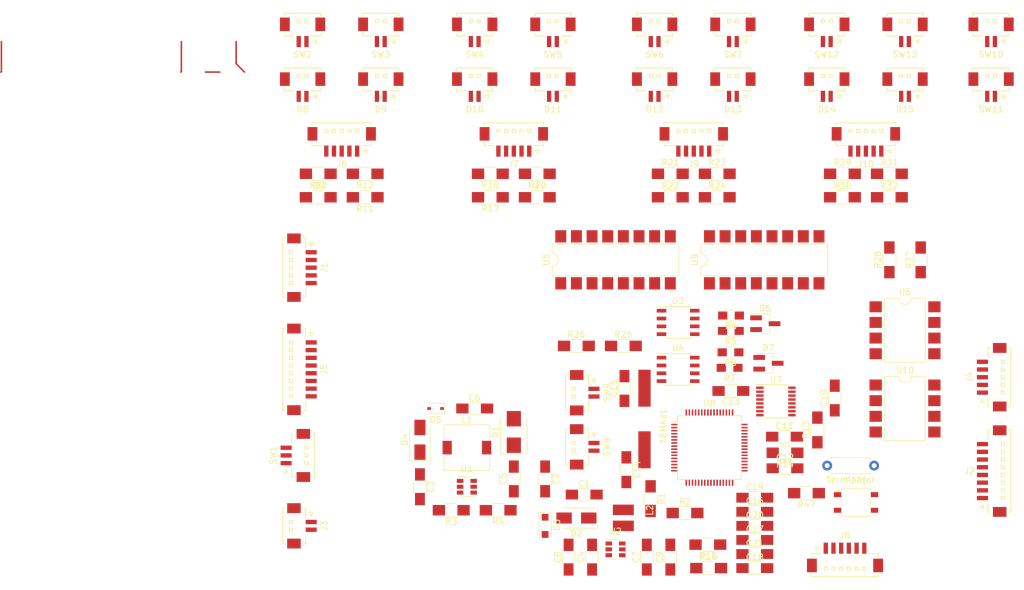
<source format=kicad_pcb>
(kicad_pcb (version 4) (host pcbnew 4.0.6)
  (layers (0 F.Cu signal) (31 B.Cu signal) (34 B.Paste user) (35 F.Paste user) (36 B.SilkS user) (37 F.SilkS user) (38 B.Mask user) (39 F.Mask user) (44 Edge.Cuts user))
  (net 0 "")
  (net 1 "Net-(.1-Pad1)")
  (net 2 GND)
  (net 3 /vaisala_rs485_a)
  (net 4 "Net-(.1-Pad4)")
  (net 5 "/PT module MCU/RCC_OSC_IN")
  (net 6 "/PT module MCU/RCC_OSC_OUT")
  (net 7 /vaisala_rs485_b)
  (net 8 "/PT module MCU/BUS_TERM_CTRL")
  (net 9 VCC)
  (net 10 VDD)
  (net 11 "Net-(C4-Pad1)")
  (net 12 "Net-(C4-Pad2)")
  (net 13 "Net-(C5-Pad1)")
  (net 14 "Net-(C5-Pad2)")
  (net 15 /E_VCC)
  (net 16 +3V3)
  (net 17 "Net-(C11-Pad2)")
  (net 18 "Net-(C12-Pad2)")
  (net 19 "Net-(C13-Pad1)")
  (net 20 "Net-(D4-Pad2)")
  (net 21 /intermodule_rs485_a)
  (net 22 /intermodule_rs485_b)
  (net 23 "Net-(D8-Pad2)")
  (net 24 "Net-(D9-Pad2)")
  (net 25 "Net-(D10-Pad2)")
  (net 26 "Net-(D11-Pad2)")
  (net 27 "Net-(D12-Pad2)")
  (net 28 "Net-(D13-Pad2)")
  (net 29 "Net-(D14-Pad2)")
  (net 30 "Net-(D15-Pad2)")
  (net 31 VEE)
  (net 32 "Net-(J1-Pad5)")
  (net 33 "Net-(J4-Pad5)")
  (net 34 "/Probe module/prb1_v")
  (net 35 "/Probe module/prb1_a")
  (net 36 "/Probe module/prb1_b")
  (net 37 "Net-(J6-Pad5)")
  (net 38 "/Probe module/prb2_v")
  (net 39 "/Probe module/prb2_a")
  (net 40 "/Probe module/prb2_b")
  (net 41 "Net-(J7-Pad5)")
  (net 42 "Net-(J8-Pad1)")
  (net 43 "Net-(J8-Pad4)")
  (net 44 "Net-(J8-Pad6)")
  (net 45 "/Probe module 2/prb1_v")
  (net 46 "/Probe module 2/prb1_a")
  (net 47 "/Probe module 2/prb1_b")
  (net 48 "Net-(J9-Pad5)")
  (net 49 "/Probe module 2/prb2_v")
  (net 50 "/Probe module 2/prb2_a")
  (net 51 "/Probe module 2/prb2_b")
  (net 52 "Net-(J10-Pad5)")
  (net 53 "Net-(R1-Pad2)")
  (net 54 "Net-(R3-Pad1)")
  (net 55 "Net-(R5-Pad2)")
  (net 56 "Net-(R6-Pad2)")
  (net 57 "Net-(R7-Pad2)")
  (net 58 "Net-(R8-Pad2)")
  (net 59 "/PT module interface/prb1_pwr_btn")
  (net 60 "/PT module interface/prb1_pwr_led_in")
  (net 61 "/PT module interface/prb1_rs_btn")
  (net 62 "/PT module interface/prb1_rs_led_in")
  (net 63 "Net-(R13-Pad2)")
  (net 64 "Net-(R14-Pad2)")
  (net 65 "Net-(R15-Pad1)")
  (net 66 "/PT module interface 2/prb2_pwr_btn")
  (net 67 "/PT module interface 2/prb2_pwr_led_in")
  (net 68 "/PT module interface 2/prb2_rs_btn")
  (net 69 "/PT module interface 2/prb2_rs_led_in")
  (net 70 "/PT module interface 3/prb3_pwr_btn")
  (net 71 "/PT module interface 3/prb3_pwr_led_in")
  (net 72 "/PT module interface 3/prb3_rs_btn")
  (net 73 "/PT module interface 3/prb3_rs_led_in")
  (net 74 "Net-(R25-Pad2)")
  (net 75 "Net-(R26-Pad2)")
  (net 76 "/PT module MCU/prb_btn_pwr_master")
  (net 77 "/PT module MCU/prb_btn_rs_master")
  (net 78 "/PT module interface 4/prb4_pwr_btn")
  (net 79 "/PT module interface 4/prb4_pwr_led_in")
  (net 80 "/PT module interface 4/prb4_rs_btn")
  (net 81 "/PT module interface 4/prb4_rs_led_in")
  (net 82 "Net-(U1-Pad4)")
  (net 83 "Net-(U2-Pad4)")
  (net 84 "/PT Module RS485/Rc")
  (net 85 "/PT Module RS485/DEc")
  (net 86 "/PT Module RS485/Dc")
  (net 87 "/PT Module RS485/Rd")
  (net 88 "/PT Module RS485/DEd")
  (net 89 "/PT Module RS485/Dd")
  (net 90 "/PT module MCU/PRB_1_rs_ctrl")
  (net 91 "/PT module MCU/PRB_2_pwr_ctrl")
  (net 92 "/PT module MCU/PRB_1_pwr_ctrl")
  (net 93 "/PT module MCU/PRB_2_rs_ctrl")
  (net 94 "/PT module MCU/UART1_RX")
  (net 95 "/PT module MCU/UART1_CTS")
  (net 96 "/PT module MCU/UART1_TX")
  (net 97 "/PT module MCU/UART1_RTS")
  (net 98 "Net-(U7-Pad7)")
  (net 99 "Net-(U7-Pad14)")
  (net 100 "Net-(U7-Pad16)")
  (net 101 "Net-(U8-Pad1)")
  (net 102 "Net-(U8-Pad14)")
  (net 103 "/PT module MCU/PRB_3_pwr_ctrl")
  (net 104 "/PT module MCU/PRB_3_rs_ctrl")
  (net 105 "/PT module MCU/PRB_4_pwr_ctrl")
  (net 106 "Net-(U8-Pad29)")
  (net 107 "Net-(U8-Pad30)")
  (net 108 "Net-(U8-Pad33)")
  (net 109 "Net-(U8-Pad34)")
  (net 110 "Net-(U8-Pad43)")
  (net 111 "Net-(U8-Pad46)")
  (net 112 "Net-(U8-Pad49)")
  (net 113 "Net-(U8-Pad50)")
  (net 114 "Net-(U8-Pad54)")
  (net 115 "/PT module MCU/PRB_4_rs_ctrl")
  (net 116 "Net-(U8-Pad56)")
  (net 117 "Net-(U8-Pad57)")
  (module .pretty:HC49_Crystal (layer F.Cu) (at 138.049 80.3656 90)
    (fp_text reference 16Mhz1 (at -1.27 3.04 90) (layer F.SilkS))
    (fp_text value Crystal)
    (pad 1 smd rect (at -5.08 0 90) (size 6 2) (layers F.Cu F.Paste F.Mask) (net 5 "/PT module MCU/RCC_OSC_IN"))
    (pad 2 smd rect (at 4.92 0 90) (size 6 2) (layers F.Cu F.Paste F.Mask) (net 6 "/PT module MCU/RCC_OSC_OUT"))
  )
  (module Resistors_THT:R_Axial_DIN0207_L6.3mm_D2.5mm_P7.62mm_Horizontal (layer F.Cu) (at 175.32604 88.011 180)
    (fp_text reference Terminator (at 3.81 -2.31 180) (layer F.SilkS))
    (fp_text value R)
    (pad 1 thru_hole circle (at 0 0 180) (size 1.6 1.6) (drill 0.8) (layers *.Cu *.Mask) (net 4 "Net-(.1-Pad4)"))
    (pad 2 thru_hole oval (at 7.62 0 180) (size 1.6 1.6) (drill 0.8) (layers *.Cu *.Mask) (net 7 /vaisala_rs485_b))
  )
  (module Resistors_SMD:R_1206_HandSoldering (layer F.Cu) (at 164.34308 92.4814 180)
    (fp_text reference R47 (at 0 -1.85 180) (layer F.SilkS))
    (fp_text value 330R)
    (pad 1 smd rect (at -2 0 180) (size 2 1.7) (layers F.Cu F.Paste F.Mask) (net 1 "Net-(.1-Pad1)"))
    (pad 2 smd rect (at 2 0 180) (size 2 1.7) (layers F.Cu F.Paste F.Mask) (net 8 "/PT module MCU/BUS_TERM_CTRL"))
  )
  (module Capacitors_SMD:C_1206_HandSoldering (layer F.Cu) (at 128.27 92.71)
    (fp_text reference C1 (at 0 -1.75) (layer F.SilkS))
    (fp_text value "10 µF")
    (pad 1 smd rect (at -2 0) (size 2 1.6) (layers F.Cu F.Paste F.Mask) (net 9 VCC))
    (pad 2 smd rect (at 2 0) (size 2 1.6) (layers F.Cu F.Paste F.Mask) (net 2 GND))
  )
  (module Capacitors_SMD:C_1206_HandSoldering (layer F.Cu) (at 121.92 90.17 270)
    (fp_text reference C2 (at 0 -1.75 270) (layer F.SilkS))
    (fp_text value "10 µF")
    (pad 1 smd rect (at -2 0 270) (size 2 1.6) (layers F.Cu F.Paste F.Mask) (net 9 VCC))
    (pad 2 smd rect (at 2 0 270) (size 2 1.6) (layers F.Cu F.Paste F.Mask) (net 2 GND))
  )
  (module Capacitors_SMD:C_1206_HandSoldering (layer F.Cu) (at 101.6 91.44 270)
    (fp_text reference C3 (at 0 -1.75 270) (layer F.SilkS))
    (fp_text value "4.7uF 100V")
    (pad 1 smd rect (at -2 0 270) (size 2 1.6) (layers F.Cu F.Paste F.Mask) (net 10 VDD))
    (pad 2 smd rect (at 2 0 270) (size 2 1.6) (layers F.Cu F.Paste F.Mask) (net 2 GND))
  )
  (module Capacitors_SMD:C_1206_HandSoldering (layer F.Cu) (at 129.54 102.87 90)
    (fp_text reference C4 (at 0 -1.75 90) (layer F.SilkS))
    (fp_text value 100nF)
    (pad 1 smd rect (at -2 0 90) (size 2 1.6) (layers F.Cu F.Paste F.Mask) (net 11 "Net-(C4-Pad1)"))
    (pad 2 smd rect (at 2 0 90) (size 2 1.6) (layers F.Cu F.Paste F.Mask) (net 12 "Net-(C4-Pad2)"))
  )
  (module Capacitors_SMD:C_1206_HandSoldering (layer F.Cu) (at 116.84 90.17 90)
    (fp_text reference C5 (at 0 -1.75 90) (layer F.SilkS))
    (fp_text value 100nF)
    (pad 1 smd rect (at -2 0 90) (size 2 1.6) (layers F.Cu F.Paste F.Mask) (net 13 "Net-(C5-Pad1)"))
    (pad 2 smd rect (at 2 0 90) (size 2 1.6) (layers F.Cu F.Paste F.Mask) (net 14 "Net-(C5-Pad2)"))
  )
  (module Capacitors_SMD:C_1206_HandSoldering (layer F.Cu) (at 110.49 78.74)
    (fp_text reference C6 (at 0 -1.75) (layer F.SilkS))
    (fp_text value "22uF 25V")
    (pad 1 smd rect (at -2 0) (size 2 1.6) (layers F.Cu F.Paste F.Mask) (net 15 /E_VCC))
    (pad 2 smd rect (at 2 0) (size 2 1.6) (layers F.Cu F.Paste F.Mask) (net 2 GND))
  )
  (module Capacitors_SMD:C_1206_HandSoldering (layer F.Cu) (at 138.43 102.87 90)
    (fp_text reference C7 (at 0 -1.75 90) (layer F.SilkS))
    (fp_text value "10 µF")
    (pad 1 smd rect (at -2 0 90) (size 2 1.6) (layers F.Cu F.Paste F.Mask) (net 16 +3V3))
    (pad 2 smd rect (at 2 0 90) (size 2 1.6) (layers F.Cu F.Paste F.Mask) (net 2 GND))
  )
  (module Capacitors_SMD:C_1206_HandSoldering (layer F.Cu) (at 125.73 102.87 90)
    (fp_text reference C8 (at 0 -1.75 90) (layer F.SilkS))
    (fp_text value "10 µF")
    (pad 1 smd rect (at -2 0 90) (size 2 1.6) (layers F.Cu F.Paste F.Mask) (net 16 +3V3))
    (pad 2 smd rect (at 2 0 90) (size 2 1.6) (layers F.Cu F.Paste F.Mask) (net 2 GND))
  )
  (module Capacitors_SMD:C_1206_HandSoldering (layer F.Cu) (at 142.24 102.87 90)
    (fp_text reference C9 (at 0 -1.75 90) (layer F.SilkS))
    (fp_text value 100nF)
    (pad 1 smd rect (at -2 0 90) (size 2 1.6) (layers F.Cu F.Paste F.Mask) (net 16 +3V3))
    (pad 2 smd rect (at 2 0 90) (size 2 1.6) (layers F.Cu F.Paste F.Mask) (net 2 GND))
  )
  (module Capacitors_SMD:C_1206_HandSoldering (layer F.Cu) (at 168.9354 77.0382 90)
    (fp_text reference C10 (at 0 -1.75 90) (layer F.SilkS))
    (fp_text value 100nF)
    (pad 1 smd rect (at -2 0 90) (size 2 1.6) (layers F.Cu F.Paste F.Mask) (net 16 +3V3))
    (pad 2 smd rect (at 2 0 90) (size 2 1.6) (layers F.Cu F.Paste F.Mask) (net 2 GND))
  )
  (module Capacitors_SMD:C_1206_HandSoldering (layer F.Cu) (at 160.782 83.312)
    (fp_text reference C11 (at 0 -1.75) (layer F.SilkS))
    (fp_text value 47pF)
    (pad 1 smd rect (at -2 0) (size 2 1.6) (layers F.Cu F.Paste F.Mask) (net 2 GND))
    (pad 2 smd rect (at 2 0) (size 2 1.6) (layers F.Cu F.Paste F.Mask) (net 17 "Net-(C11-Pad2)"))
  )
  (module Capacitors_SMD:C_1206_HandSoldering (layer F.Cu) (at 160.8582 88.4428)
    (fp_text reference C12 (at 0 -1.75) (layer F.SilkS))
    (fp_text value 47pF)
    (pad 1 smd rect (at -2 0) (size 2 1.6) (layers F.Cu F.Paste F.Mask) (net 2 GND))
    (pad 2 smd rect (at 2 0) (size 2 1.6) (layers F.Cu F.Paste F.Mask) (net 18 "Net-(C12-Pad2)"))
  )
  (module Capacitors_SMD:C_1206_HandSoldering (layer F.Cu) (at 152.0698 75.8952 180)
    (fp_text reference C13 (at 0 -1.75 180) (layer F.SilkS))
    (fp_text value 100nF)
    (pad 1 smd rect (at -2 0 180) (size 2 1.6) (layers F.Cu F.Paste F.Mask) (net 19 "Net-(C13-Pad1)"))
    (pad 2 smd rect (at 2 0 180) (size 2 1.6) (layers F.Cu F.Paste F.Mask) (net 2 GND))
  )
  (module Capacitors_SMD:C_1206_HandSoldering (layer F.Cu) (at 135.1026 88.6714 270)
    (fp_text reference C14 (at 0 -1.75 270) (layer F.SilkS))
    (fp_text value 27pF)
    (pad 1 smd rect (at -2 0 270) (size 2 1.6) (layers F.Cu F.Paste F.Mask) (net 5 "/PT module MCU/RCC_OSC_IN"))
    (pad 2 smd rect (at 2 0 270) (size 2 1.6) (layers F.Cu F.Paste F.Mask) (net 2 GND))
  )
  (module Capacitors_SMD:C_1206_HandSoldering (layer F.Cu) (at 134.7978 75.4888 90)
    (fp_text reference C15 (at 0 -1.75 90) (layer F.SilkS))
    (fp_text value 27pF)
    (pad 1 smd rect (at -2 0 90) (size 2 1.6) (layers F.Cu F.Paste F.Mask) (net 6 "/PT module MCU/RCC_OSC_OUT"))
    (pad 2 smd rect (at 2 0 90) (size 2 1.6) (layers F.Cu F.Paste F.Mask) (net 2 GND))
  )
  (module Capacitors_SMD:C_1206_HandSoldering (layer F.Cu) (at 155.956 95.504)
    (fp_text reference C16 (at 0 -1.75) (layer F.SilkS))
    (fp_text value C_Small)
    (pad 1 smd rect (at -2 0) (size 2 1.6) (layers F.Cu F.Paste F.Mask) (net 2 GND))
    (pad 2 smd rect (at 2 0) (size 2 1.6) (layers F.Cu F.Paste F.Mask) (net 16 +3V3))
  )
  (module Capacitors_SMD:C_1206_HandSoldering (layer F.Cu) (at 155.956 100.076)
    (fp_text reference C17 (at 0 -1.75) (layer F.SilkS))
    (fp_text value C_Small)
    (pad 1 smd rect (at -2 0) (size 2 1.6) (layers F.Cu F.Paste F.Mask) (net 2 GND))
    (pad 2 smd rect (at 2 0) (size 2 1.6) (layers F.Cu F.Paste F.Mask) (net 16 +3V3))
  )
  (module Capacitors_SMD:C_1206_HandSoldering (layer F.Cu) (at 155.956 104.648)
    (fp_text reference C18 (at 0 -1.75) (layer F.SilkS))
    (fp_text value C_Small)
    (pad 1 smd rect (at -2 0) (size 2 1.6) (layers F.Cu F.Paste F.Mask) (net 2 GND))
    (pad 2 smd rect (at 2 0) (size 2 1.6) (layers F.Cu F.Paste F.Mask) (net 16 +3V3))
  )
  (module Capacitors_SMD:C_1206_HandSoldering (layer F.Cu) (at 155.956 93.218)
    (fp_text reference C19 (at 0 -1.75) (layer F.SilkS))
    (fp_text value C_Small)
    (pad 1 smd rect (at -2 0) (size 2 1.6) (layers F.Cu F.Paste F.Mask) (net 2 GND))
    (pad 2 smd rect (at 2 0) (size 2 1.6) (layers F.Cu F.Paste F.Mask) (net 16 +3V3))
  )
  (module Capacitors_SMD:C_1206_HandSoldering (layer F.Cu) (at 155.956 97.79)
    (fp_text reference C20 (at 0 -1.75) (layer F.SilkS))
    (fp_text value C_Small)
    (pad 1 smd rect (at -2 0) (size 2 1.6) (layers F.Cu F.Paste F.Mask) (net 2 GND))
    (pad 2 smd rect (at 2 0) (size 2 1.6) (layers F.Cu F.Paste F.Mask) (net 16 +3V3))
  )
  (module Capacitors_SMD:C_1206_HandSoldering (layer F.Cu) (at 155.956 102.362)
    (fp_text reference C21 (at 0 -1.75) (layer F.SilkS))
    (fp_text value C_Small)
    (pad 1 smd rect (at -2 0) (size 2 1.6) (layers F.Cu F.Paste F.Mask) (net 2 GND))
    (pad 2 smd rect (at 2 0) (size 2 1.6) (layers F.Cu F.Paste F.Mask) (net 16 +3V3))
  )
  (module Diodes_SMD:D_SMB (layer F.Cu) (at 116.84 82.55 90)
    (fp_text reference D1 (at 0 -3 90) (layer F.SilkS))
    (fp_text value B1100/B)
    (pad 1 smd rect (at -2.15 0 90) (size 2.5 2.3) (layers F.Cu F.Paste F.Mask) (net 14 "Net-(C5-Pad2)"))
    (pad 2 smd rect (at 2.15 0 90) (size 2.5 2.3) (layers F.Cu F.Paste F.Mask) (net 2 GND))
  )
  (module Diodes_SMD:D_SMA (layer F.Cu) (at 127 96.52 180)
    (fp_text reference D2 (at 0 -2.5 180) (layer F.SilkS))
    (fp_text value D_Schottky)
    (pad 1 smd rect (at -2 0 180) (size 2.5 1.8) (layers F.Cu F.Paste F.Mask) (net 12 "Net-(C4-Pad2)"))
    (pad 2 smd rect (at 2 0 180) (size 2.5 1.8) (layers F.Cu F.Paste F.Mask) (net 2 GND))
  )
  (module Diodes_SMD:D_SOD-123F (layer F.Cu) (at 121.92 97.79 270)
    (fp_text reference D3 (at -0.127 -1.905 270) (layer F.SilkS))
    (fp_text value 1N4148W)
    (pad 1 smd rect (at -1.4 0 270) (size 1.1 1.1) (layers F.Cu F.Paste F.Mask) (net 11 "Net-(C4-Pad1)"))
    (pad 2 smd rect (at 1.4 0 270) (size 1.1 1.1) (layers F.Cu F.Paste F.Mask) (net 16 +3V3))
  )
  (module Diodes_SMD:D_SMA (layer F.Cu) (at 101.6 83.82 90)
    (fp_text reference D4 (at 0 -2.5 90) (layer F.SilkS))
    (fp_text value STTH102A)
    (pad 1 smd rect (at -2 0 90) (size 2.5 1.8) (layers F.Cu F.Paste F.Mask) (net 13 "Net-(C5-Pad1)"))
    (pad 2 smd rect (at 2 0 90) (size 2.5 1.8) (layers F.Cu F.Paste F.Mask) (net 20 "Net-(D4-Pad2)"))
  )
  (module Diodes_SMD:D_SOD-323 (layer F.Cu) (at 104.14 78.74 180)
    (fp_text reference D5 (at 0 -1.85 180) (layer F.SilkS))
    (fp_text value 10V)
    (pad 1 smd rect (at -1.05 0 180) (size 0.6 0.45) (layers F.Cu F.Paste F.Mask) (net 15 /E_VCC))
    (pad 2 smd rect (at 1.05 0 180) (size 0.6 0.45) (layers F.Cu F.Paste F.Mask) (net 20 "Net-(D4-Pad2)"))
  )
  (module TO_SOT_Packages_SMD:SOT-23_Handsoldering (layer F.Cu) (at 157.6578 64.9732)
    (fp_text reference D6 (at 0 -2.5) (layer F.SilkS))
    (fp_text value SM712)
    (pad 1 smd rect (at -1.5 -0.95) (size 1.9 0.8) (layers F.Cu F.Paste F.Mask) (net 21 /intermodule_rs485_a))
    (pad 2 smd rect (at -1.5 0.95) (size 1.9 0.8) (layers F.Cu F.Paste F.Mask) (net 22 /intermodule_rs485_b))
    (pad 3 smd rect (at 1.5 0) (size 1.9 0.8) (layers F.Cu F.Paste F.Mask) (net 2 GND))
  )
  (module TO_SOT_Packages_SMD:SOT-23_Handsoldering (layer F.Cu) (at 158.1658 71.3994)
    (fp_text reference D7 (at 0 -2.5) (layer F.SilkS))
    (fp_text value SM712)
    (pad 1 smd rect (at -1.5 -0.95) (size 1.9 0.8) (layers F.Cu F.Paste F.Mask) (net 3 /vaisala_rs485_a))
    (pad 2 smd rect (at -1.5 0.95) (size 1.9 0.8) (layers F.Cu F.Paste F.Mask) (net 7 /vaisala_rs485_b))
    (pad 3 smd rect (at 1.5 0) (size 1.9 0.8) (layers F.Cu F.Paste F.Mask) (net 2 GND))
  )
  (module Connectors_Hirose:Hirose_DF13C-02P-1.25V_02x1.25mm_Straight (layer F.Cu) (at 82.55 26.67 180)
    (fp_text reference D8 (at 0 -3.5 180) (layer F.SilkS))
    (fp_text value LED)
    (pad 1 smd rect (at -0.625 -1.4 180) (size 0.7 1.8) (layers F.Cu F.Paste F.Mask) (net 2 GND))
    (pad 2 smd rect (at 0.625 -1.4 180) (size 0.7 1.8) (layers F.Cu F.Paste F.Mask) (net 23 "Net-(D8-Pad2)"))
    (pad "" smd rect (at 2.875 1.4 180) (size 1.6 2.2) (layers F.Cu F.Paste F.Mask))
    (pad "" smd rect (at -2.875 1.4 180) (size 1.6 2.2) (layers F.Cu F.Paste F.Mask))
  )
  (module Connectors_Hirose:Hirose_DF13C-02P-1.25V_02x1.25mm_Straight (layer F.Cu) (at 95.25 26.67 180)
    (fp_text reference D9 (at 0 -3.5 180) (layer F.SilkS))
    (fp_text value LED)
    (pad 1 smd rect (at -0.625 -1.4 180) (size 0.7 1.8) (layers F.Cu F.Paste F.Mask) (net 2 GND))
    (pad 2 smd rect (at 0.625 -1.4 180) (size 0.7 1.8) (layers F.Cu F.Paste F.Mask) (net 24 "Net-(D9-Pad2)"))
    (pad "" smd rect (at 2.875 1.4 180) (size 1.6 2.2) (layers F.Cu F.Paste F.Mask))
    (pad "" smd rect (at -2.875 1.4 180) (size 1.6 2.2) (layers F.Cu F.Paste F.Mask))
  )
  (module Connectors_Hirose:Hirose_DF13C-02P-1.25V_02x1.25mm_Straight (layer F.Cu) (at 110.49 26.67 180)
    (fp_text reference D10 (at 0 -3.5 180) (layer F.SilkS))
    (fp_text value LED)
    (pad 1 smd rect (at -0.625 -1.4 180) (size 0.7 1.8) (layers F.Cu F.Paste F.Mask) (net 2 GND))
    (pad 2 smd rect (at 0.625 -1.4 180) (size 0.7 1.8) (layers F.Cu F.Paste F.Mask) (net 25 "Net-(D10-Pad2)"))
    (pad "" smd rect (at 2.875 1.4 180) (size 1.6 2.2) (layers F.Cu F.Paste F.Mask))
    (pad "" smd rect (at -2.875 1.4 180) (size 1.6 2.2) (layers F.Cu F.Paste F.Mask))
  )
  (module Connectors_Hirose:Hirose_DF13C-02P-1.25V_02x1.25mm_Straight (layer F.Cu) (at 123.19 26.67 180)
    (fp_text reference D11 (at 0 -3.5 180) (layer F.SilkS))
    (fp_text value LED)
    (pad 1 smd rect (at -0.625 -1.4 180) (size 0.7 1.8) (layers F.Cu F.Paste F.Mask) (net 2 GND))
    (pad 2 smd rect (at 0.625 -1.4 180) (size 0.7 1.8) (layers F.Cu F.Paste F.Mask) (net 26 "Net-(D11-Pad2)"))
    (pad "" smd rect (at 2.875 1.4 180) (size 1.6 2.2) (layers F.Cu F.Paste F.Mask))
    (pad "" smd rect (at -2.875 1.4 180) (size 1.6 2.2) (layers F.Cu F.Paste F.Mask))
  )
  (module Connectors_Hirose:Hirose_DF13C-02P-1.25V_02x1.25mm_Straight (layer F.Cu) (at 139.7 26.67 180)
    (fp_text reference D12 (at 0 -3.5 180) (layer F.SilkS))
    (fp_text value LED)
    (pad 1 smd rect (at -0.625 -1.4 180) (size 0.7 1.8) (layers F.Cu F.Paste F.Mask) (net 2 GND))
    (pad 2 smd rect (at 0.625 -1.4 180) (size 0.7 1.8) (layers F.Cu F.Paste F.Mask) (net 27 "Net-(D12-Pad2)"))
    (pad "" smd rect (at 2.875 1.4 180) (size 1.6 2.2) (layers F.Cu F.Paste F.Mask))
    (pad "" smd rect (at -2.875 1.4 180) (size 1.6 2.2) (layers F.Cu F.Paste F.Mask))
  )
  (module Connectors_Hirose:Hirose_DF13C-02P-1.25V_02x1.25mm_Straight (layer F.Cu) (at 152.4 26.67 180)
    (fp_text reference D13 (at 0 -3.5 180) (layer F.SilkS))
    (fp_text value LED)
    (pad 1 smd rect (at -0.625 -1.4 180) (size 0.7 1.8) (layers F.Cu F.Paste F.Mask) (net 2 GND))
    (pad 2 smd rect (at 0.625 -1.4 180) (size 0.7 1.8) (layers F.Cu F.Paste F.Mask) (net 28 "Net-(D13-Pad2)"))
    (pad "" smd rect (at 2.875 1.4 180) (size 1.6 2.2) (layers F.Cu F.Paste F.Mask))
    (pad "" smd rect (at -2.875 1.4 180) (size 1.6 2.2) (layers F.Cu F.Paste F.Mask))
  )
  (module Connectors_Hirose:Hirose_DF13C-02P-1.25V_02x1.25mm_Straight (layer F.Cu) (at 167.64 26.67 180)
    (fp_text reference D14 (at 0 -3.5 180) (layer F.SilkS))
    (fp_text value LED)
    (pad 1 smd rect (at -0.625 -1.4 180) (size 0.7 1.8) (layers F.Cu F.Paste F.Mask) (net 2 GND))
    (pad 2 smd rect (at 0.625 -1.4 180) (size 0.7 1.8) (layers F.Cu F.Paste F.Mask) (net 29 "Net-(D14-Pad2)"))
    (pad "" smd rect (at 2.875 1.4 180) (size 1.6 2.2) (layers F.Cu F.Paste F.Mask))
    (pad "" smd rect (at -2.875 1.4 180) (size 1.6 2.2) (layers F.Cu F.Paste F.Mask))
  )
  (module Connectors_Hirose:Hirose_DF13C-02P-1.25V_02x1.25mm_Straight (layer F.Cu) (at 180.34 26.67 180)
    (fp_text reference D15 (at 0 -3.5 180) (layer F.SilkS))
    (fp_text value LED)
    (pad 1 smd rect (at -0.625 -1.4 180) (size 0.7 1.8) (layers F.Cu F.Paste F.Mask) (net 2 GND))
    (pad 2 smd rect (at 0.625 -1.4 180) (size 0.7 1.8) (layers F.Cu F.Paste F.Mask) (net 30 "Net-(D15-Pad2)"))
    (pad "" smd rect (at 2.875 1.4 180) (size 1.6 2.2) (layers F.Cu F.Paste F.Mask))
    (pad "" smd rect (at -2.875 1.4 180) (size 1.6 2.2) (layers F.Cu F.Paste F.Mask))
  )
  (module Connectors_Hirose:Hirose_DF13C-05P-1.25V_05x1.25mm_Straight (layer F.Cu) (at 82.55 55.88 270)
    (fp_text reference J1 (at 0 -3.5 270) (layer F.SilkS))
    (fp_text value "M12 in")
    (pad 1 smd rect (at -2.5 -1.4 270) (size 0.7 1.8) (layers F.Cu F.Paste F.Mask) (net 31 VEE))
    (pad 2 smd rect (at -1.25 -1.4 270) (size 0.7 1.8) (layers F.Cu F.Paste F.Mask) (net 2 GND))
    (pad 3 smd rect (at 0 -1.4 270) (size 0.7 1.8) (layers F.Cu F.Paste F.Mask) (net 3 /vaisala_rs485_a))
    (pad 4 smd rect (at 1.25 -1.4 270) (size 0.7 1.8) (layers F.Cu F.Paste F.Mask) (net 7 /vaisala_rs485_b))
    (pad 5 smd rect (at 2.5 -1.4 270) (size 0.7 1.8) (layers F.Cu F.Paste F.Mask) (net 32 "Net-(J1-Pad5)"))
    (pad "" smd rect (at 4.75 1.4 270) (size 1.6 2.2) (layers F.Cu F.Paste F.Mask))
    (pad "" smd rect (at -4.75 1.4 270) (size 1.6 2.2) (layers F.Cu F.Paste F.Mask))
  )
  (module Connectors_Hirose:Hirose_DF13C-08P-1.25V_08x1.25mm_Straight (layer F.Cu) (at 194.31 88.9 90)
    (fp_text reference J2 (at 0 -3.5 180) (layer F.SilkS))
    (fp_text value "Ethercon out")
    (pad 1 smd rect (at -4.375 -1.4 90) (size 0.7 1.8) (layers F.Cu F.Paste F.Mask) (net 31 VEE))
    (pad 2 smd rect (at -3.125 -1.4 90) (size 0.7 1.8) (layers F.Cu F.Paste F.Mask) (net 31 VEE))
    (pad 3 smd rect (at -1.875 -1.4 90) (size 0.7 1.8) (layers F.Cu F.Paste F.Mask) (net 31 VEE))
    (pad 4 smd rect (at -0.625 -1.4 90) (size 0.7 1.8) (layers F.Cu F.Paste F.Mask) (net 3 /vaisala_rs485_a))
    (pad 5 smd rect (at 0.625 -1.4 90) (size 0.7 1.8) (layers F.Cu F.Paste F.Mask) (net 7 /vaisala_rs485_b))
    (pad 6 smd rect (at 1.875 -1.4 90) (size 0.7 1.8) (layers F.Cu F.Paste F.Mask) (net 21 /intermodule_rs485_a))
    (pad 7 smd rect (at 3.125 -1.4 90) (size 0.7 1.8) (layers F.Cu F.Paste F.Mask) (net 22 /intermodule_rs485_b))
    (pad 8 smd rect (at 4.375 -1.4 90) (size 0.7 1.8) (layers F.Cu F.Paste F.Mask) (net 2 GND))
    (pad "" smd rect (at 6.625 1.4 90) (size 1.6 2.2) (layers F.Cu F.Paste F.Mask))
    (pad "" smd rect (at -6.625 1.4 90) (size 1.6 2.2) (layers F.Cu F.Paste F.Mask))
  )
  (module Connectors_Hirose:Hirose_DF13C-02P-1.25V_02x1.25mm_Straight (layer F.Cu) (at 82.55 97.79 270)
    (fp_text reference J3 (at 0 -3.5 270) (layer F.SilkS))
    (fp_text value "PWR in")
    (pad 1 smd rect (at -0.625 -1.4 270) (size 0.7 1.8) (layers F.Cu F.Paste F.Mask) (net 2 GND))
    (pad 2 smd rect (at 0.625 -1.4 270) (size 0.7 1.8) (layers F.Cu F.Paste F.Mask) (net 10 VDD))
    (pad "" smd rect (at 2.875 1.4 270) (size 1.6 2.2) (layers F.Cu F.Paste F.Mask))
    (pad "" smd rect (at -2.875 1.4 270) (size 1.6 2.2) (layers F.Cu F.Paste F.Mask))
  )
  (module Connectors_Hirose:Hirose_DF13C-05P-1.25V_05x1.25mm_Straight (layer F.Cu) (at 194.31 73.66 90)
    (fp_text reference J4 (at 0 -3.5 90) (layer F.SilkS))
    (fp_text value "M12 out")
    (pad 1 smd rect (at -2.5 -1.4 90) (size 0.7 1.8) (layers F.Cu F.Paste F.Mask) (net 9 VCC))
    (pad 2 smd rect (at -1.25 -1.4 90) (size 0.7 1.8) (layers F.Cu F.Paste F.Mask) (net 2 GND))
    (pad 3 smd rect (at 0 -1.4 90) (size 0.7 1.8) (layers F.Cu F.Paste F.Mask) (net 3 /vaisala_rs485_a))
    (pad 4 smd rect (at 1.25 -1.4 90) (size 0.7 1.8) (layers F.Cu F.Paste F.Mask) (net 7 /vaisala_rs485_b))
    (pad 5 smd rect (at 2.5 -1.4 90) (size 0.7 1.8) (layers F.Cu F.Paste F.Mask) (net 33 "Net-(J4-Pad5)"))
    (pad "" smd rect (at 4.75 1.4 90) (size 1.6 2.2) (layers F.Cu F.Paste F.Mask))
    (pad "" smd rect (at -4.75 1.4 90) (size 1.6 2.2) (layers F.Cu F.Paste F.Mask))
  )
  (module Connectors_Hirose:Hirose_DF13C-08P-1.25V_08x1.25mm_Straight (layer F.Cu) (at 82.55 72.39 270)
    (fp_text reference J5 (at 0 -3.5 270) (layer F.SilkS))
    (fp_text value "Ethercon out")
    (pad 1 smd rect (at -4.375 -1.4 270) (size 0.7 1.8) (layers F.Cu F.Paste F.Mask) (net 9 VCC))
    (pad 2 smd rect (at -3.125 -1.4 270) (size 0.7 1.8) (layers F.Cu F.Paste F.Mask) (net 9 VCC))
    (pad 3 smd rect (at -1.875 -1.4 270) (size 0.7 1.8) (layers F.Cu F.Paste F.Mask) (net 9 VCC))
    (pad 4 smd rect (at -0.625 -1.4 270) (size 0.7 1.8) (layers F.Cu F.Paste F.Mask) (net 3 /vaisala_rs485_a))
    (pad 5 smd rect (at 0.625 -1.4 270) (size 0.7 1.8) (layers F.Cu F.Paste F.Mask) (net 7 /vaisala_rs485_b))
    (pad 6 smd rect (at 1.875 -1.4 270) (size 0.7 1.8) (layers F.Cu F.Paste F.Mask) (net 21 /intermodule_rs485_a))
    (pad 7 smd rect (at 3.125 -1.4 270) (size 0.7 1.8) (layers F.Cu F.Paste F.Mask) (net 22 /intermodule_rs485_b))
    (pad 8 smd rect (at 4.375 -1.4 270) (size 0.7 1.8) (layers F.Cu F.Paste F.Mask) (net 2 GND))
    (pad "" smd rect (at 6.625 1.4 270) (size 1.6 2.2) (layers F.Cu F.Paste F.Mask))
    (pad "" smd rect (at -6.625 1.4 270) (size 1.6 2.2) (layers F.Cu F.Paste F.Mask))
  )
  (module Connectors_Hirose:Hirose_DF13C-05P-1.25V_05x1.25mm_Straight (layer F.Cu) (at 88.9 35.56 180)
    (fp_text reference J6 (at 0 -3.5 180) (layer F.SilkS))
    (fp_text value M12)
    (pad 1 smd rect (at -2.5 -1.4 180) (size 0.7 1.8) (layers F.Cu F.Paste F.Mask) (net 34 "/Probe module/prb1_v"))
    (pad 2 smd rect (at -1.25 -1.4 180) (size 0.7 1.8) (layers F.Cu F.Paste F.Mask) (net 2 GND))
    (pad 3 smd rect (at 0 -1.4 180) (size 0.7 1.8) (layers F.Cu F.Paste F.Mask) (net 35 "/Probe module/prb1_a"))
    (pad 4 smd rect (at 1.25 -1.4 180) (size 0.7 1.8) (layers F.Cu F.Paste F.Mask) (net 36 "/Probe module/prb1_b"))
    (pad 5 smd rect (at 2.5 -1.4 180) (size 0.7 1.8) (layers F.Cu F.Paste F.Mask) (net 37 "Net-(J6-Pad5)"))
    (pad "" smd rect (at 4.75 1.4 180) (size 1.6 2.2) (layers F.Cu F.Paste F.Mask))
    (pad "" smd rect (at -4.75 1.4 180) (size 1.6 2.2) (layers F.Cu F.Paste F.Mask))
  )
  (module Connectors_Hirose:Hirose_DF13C-05P-1.25V_05x1.25mm_Straight (layer F.Cu) (at 116.84 35.56 180)
    (fp_text reference J7 (at 0 -3.5 180) (layer F.SilkS))
    (fp_text value M12)
    (pad 1 smd rect (at -2.5 -1.4 180) (size 0.7 1.8) (layers F.Cu F.Paste F.Mask) (net 38 "/Probe module/prb2_v"))
    (pad 2 smd rect (at -1.25 -1.4 180) (size 0.7 1.8) (layers F.Cu F.Paste F.Mask) (net 2 GND))
    (pad 3 smd rect (at 0 -1.4 180) (size 0.7 1.8) (layers F.Cu F.Paste F.Mask) (net 39 "/Probe module/prb2_a"))
    (pad 4 smd rect (at 1.25 -1.4 180) (size 0.7 1.8) (layers F.Cu F.Paste F.Mask) (net 40 "/Probe module/prb2_b"))
    (pad 5 smd rect (at 2.5 -1.4 180) (size 0.7 1.8) (layers F.Cu F.Paste F.Mask) (net 41 "Net-(J7-Pad5)"))
    (pad "" smd rect (at 4.75 1.4 180) (size 1.6 2.2) (layers F.Cu F.Paste F.Mask))
    (pad "" smd rect (at -4.75 1.4 180) (size 1.6 2.2) (layers F.Cu F.Paste F.Mask))
  )
  (module Connectors_Hirose:Hirose_DF13C-06P-1.25V_06x1.25mm_Straight (layer F.Cu) (at 170.60164 102.8192)
    (fp_text reference J8 (at 0 -3.5) (layer F.SilkS))
    (fp_text value USB_OTG)
    (pad 1 smd rect (at -3.125 -1.4) (size 0.7 1.8) (layers F.Cu F.Paste F.Mask) (net 42 "Net-(J8-Pad1)"))
    (pad 2 smd rect (at -1.875 -1.4) (size 0.7 1.8) (layers F.Cu F.Paste F.Mask) (net 17 "Net-(C11-Pad2)"))
    (pad 3 smd rect (at -0.625 -1.4) (size 0.7 1.8) (layers F.Cu F.Paste F.Mask) (net 18 "Net-(C12-Pad2)"))
    (pad 4 smd rect (at 0.625 -1.4) (size 0.7 1.8) (layers F.Cu F.Paste F.Mask) (net 43 "Net-(J8-Pad4)"))
    (pad 5 smd rect (at 1.875 -1.4) (size 0.7 1.8) (layers F.Cu F.Paste F.Mask) (net 2 GND))
    (pad 6 smd rect (at 3.125 -1.4) (size 0.7 1.8) (layers F.Cu F.Paste F.Mask) (net 44 "Net-(J8-Pad6)"))
    (pad "" smd rect (at 5.375 1.4) (size 1.6 2.2) (layers F.Cu F.Paste F.Mask))
    (pad "" smd rect (at -5.375 1.4) (size 1.6 2.2) (layers F.Cu F.Paste F.Mask))
  )
  (module Connectors_Hirose:Hirose_DF13C-05P-1.25V_05x1.25mm_Straight (layer F.Cu) (at 146.05 35.56 180)
    (fp_text reference J9 (at 0 -3.5 180) (layer F.SilkS))
    (fp_text value M12)
    (pad 1 smd rect (at -2.5 -1.4 180) (size 0.7 1.8) (layers F.Cu F.Paste F.Mask) (net 45 "/Probe module 2/prb1_v"))
    (pad 2 smd rect (at -1.25 -1.4 180) (size 0.7 1.8) (layers F.Cu F.Paste F.Mask) (net 2 GND))
    (pad 3 smd rect (at 0 -1.4 180) (size 0.7 1.8) (layers F.Cu F.Paste F.Mask) (net 46 "/Probe module 2/prb1_a"))
    (pad 4 smd rect (at 1.25 -1.4 180) (size 0.7 1.8) (layers F.Cu F.Paste F.Mask) (net 47 "/Probe module 2/prb1_b"))
    (pad 5 smd rect (at 2.5 -1.4 180) (size 0.7 1.8) (layers F.Cu F.Paste F.Mask) (net 48 "Net-(J9-Pad5)"))
    (pad "" smd rect (at 4.75 1.4 180) (size 1.6 2.2) (layers F.Cu F.Paste F.Mask))
    (pad "" smd rect (at -4.75 1.4 180) (size 1.6 2.2) (layers F.Cu F.Paste F.Mask))
  )
  (module Connectors_Hirose:Hirose_DF13C-05P-1.25V_05x1.25mm_Straight (layer F.Cu) (at 173.99 35.56 180)
    (fp_text reference J10 (at 0 -3.5 180) (layer F.SilkS))
    (fp_text value M12)
    (pad 1 smd rect (at -2.5 -1.4 180) (size 0.7 1.8) (layers F.Cu F.Paste F.Mask) (net 49 "/Probe module 2/prb2_v"))
    (pad 2 smd rect (at -1.25 -1.4 180) (size 0.7 1.8) (layers F.Cu F.Paste F.Mask) (net 2 GND))
    (pad 3 smd rect (at 0 -1.4 180) (size 0.7 1.8) (layers F.Cu F.Paste F.Mask) (net 50 "/Probe module 2/prb2_a"))
    (pad 4 smd rect (at 1.25 -1.4 180) (size 0.7 1.8) (layers F.Cu F.Paste F.Mask) (net 51 "/Probe module 2/prb2_b"))
    (pad 5 smd rect (at 2.5 -1.4 180) (size 0.7 1.8) (layers F.Cu F.Paste F.Mask) (net 52 "Net-(J10-Pad5)"))
    (pad "" smd rect (at 4.75 1.4 180) (size 1.6 2.2) (layers F.Cu F.Paste F.Mask))
    (pad "" smd rect (at -4.75 1.4 180) (size 1.6 2.2) (layers F.Cu F.Paste F.Mask))
  )
  (module Inductors_SMD:L_7.3x7.3_H4.5 (layer F.Cu) (at 109.22 85.09)
    (fp_text reference L1 (at 0 -4.45) (layer F.SilkS))
    (fp_text value 68uH)
    (pad 1 smd rect (at -3.2 0) (size 1.5 2.2) (layers F.Cu F.Paste F.Mask) (net 15 /E_VCC))
    (pad 2 smd rect (at 3.2 0) (size 1.5 2.2) (layers F.Cu F.Paste F.Mask) (net 14 "Net-(C5-Pad2)"))
  )
  (module .pretty:SM-4.3x4.3 (layer F.Cu) (at 134.62 96.52 90)
    (fp_text reference L2 (at 1.27 4.31 90) (layer F.SilkS))
    (fp_text value 15µH)
    (pad 1 smd rect (at -1.27 0 90) (size 1.7 3.4) (layers F.Cu F.Paste F.Mask) (net 12 "Net-(C4-Pad2)"))
    (pad 2 smd rect (at 1.33 0 90) (size 1.7 3.4) (layers F.Cu F.Paste F.Mask) (net 16 +3V3))
  )
  (module Resistors_SMD:R_1206_HandSoldering (layer F.Cu) (at 139.0396 93.3704 270)
    (fp_text reference R1 (at 0 -1.85 270) (layer F.SilkS))
    (fp_text value 31k)
    (pad 1 smd rect (at -2 0 270) (size 2 1.7) (layers F.Cu F.Paste F.Mask) (net 16 +3V3))
    (pad 2 smd rect (at 2 0 270) (size 2 1.7) (layers F.Cu F.Paste F.Mask) (net 53 "Net-(R1-Pad2)"))
  )
  (module Resistors_SMD:R_1206_HandSoldering (layer F.Cu) (at 144.6276 95.7072)
    (fp_text reference R2 (at 0 -1.85) (layer F.SilkS))
    (fp_text value 10k)
    (pad 1 smd rect (at -2 0) (size 2 1.7) (layers F.Cu F.Paste F.Mask) (net 53 "Net-(R1-Pad2)"))
    (pad 2 smd rect (at 2 0) (size 2 1.7) (layers F.Cu F.Paste F.Mask) (net 2 GND))
  )
  (module Resistors_SMD:R_1206_HandSoldering (layer F.Cu) (at 106.68 95.25 180)
    (fp_text reference R3 (at 0 -1.85 180) (layer F.SilkS))
    (fp_text value 6.2k)
    (pad 1 smd rect (at -2 0 180) (size 2 1.7) (layers F.Cu F.Paste F.Mask) (net 54 "Net-(R3-Pad1)"))
    (pad 2 smd rect (at 2 0 180) (size 2 1.7) (layers F.Cu F.Paste F.Mask) (net 2 GND))
  )
  (module Resistors_SMD:R_1206_HandSoldering (layer F.Cu) (at 114.3 95.25 180)
    (fp_text reference R4 (at 0 -1.85 180) (layer F.SilkS))
    (fp_text value 110k)
    (pad 1 smd rect (at -2 0 180) (size 2 1.7) (layers F.Cu F.Paste F.Mask) (net 15 /E_VCC))
    (pad 2 smd rect (at 2 0 180) (size 2 1.7) (layers F.Cu F.Paste F.Mask) (net 54 "Net-(R3-Pad1)"))
  )
  (module Resistors_SMD:R_0805_HandSoldering (layer F.Cu) (at 152.0698 66.1416 180)
    (fp_text reference R5 (at 0 -1.7 180) (layer F.SilkS))
    (fp_text value 10R)
    (pad 1 smd rect (at -1.35 0 180) (size 1.5 1.3) (layers F.Cu F.Paste F.Mask) (net 22 /intermodule_rs485_b))
    (pad 2 smd rect (at 1.35 0 180) (size 1.5 1.3) (layers F.Cu F.Paste F.Mask) (net 55 "Net-(R5-Pad2)"))
  )
  (module Resistors_SMD:R_0805_HandSoldering (layer F.Cu) (at 152.0952 63.6524 180)
    (fp_text reference R6 (at 0 -1.7 180) (layer F.SilkS))
    (fp_text value 10R)
    (pad 1 smd rect (at -1.35 0 180) (size 1.5 1.3) (layers F.Cu F.Paste F.Mask) (net 21 /intermodule_rs485_a))
    (pad 2 smd rect (at 1.35 0 180) (size 1.5 1.3) (layers F.Cu F.Paste F.Mask) (net 56 "Net-(R6-Pad2)"))
  )
  (module Resistors_SMD:R_0805_HandSoldering (layer F.Cu) (at 151.8666 72.136 180)
    (fp_text reference R7 (at 0 -1.7 180) (layer F.SilkS))
    (fp_text value 10R)
    (pad 1 smd rect (at -1.35 0 180) (size 1.5 1.3) (layers F.Cu F.Paste F.Mask) (net 7 /vaisala_rs485_b))
    (pad 2 smd rect (at 1.35 0 180) (size 1.5 1.3) (layers F.Cu F.Paste F.Mask) (net 57 "Net-(R7-Pad2)"))
  )
  (module Resistors_SMD:R_0805_HandSoldering (layer F.Cu) (at 152.019 69.6214 180)
    (fp_text reference R8 (at 0 -1.7 180) (layer F.SilkS))
    (fp_text value 10R)
    (pad 1 smd rect (at -1.35 0 180) (size 1.5 1.3) (layers F.Cu F.Paste F.Mask) (net 3 /vaisala_rs485_a))
    (pad 2 smd rect (at 1.35 0 180) (size 1.5 1.3) (layers F.Cu F.Paste F.Mask) (net 58 "Net-(R8-Pad2)"))
  )
  (module Resistors_SMD:R_1206_HandSoldering (layer F.Cu) (at 85.09 44.45)
    (fp_text reference R9 (at 0 -1.85) (layer F.SilkS))
    (fp_text value 10k)
    (pad 1 smd rect (at -2 0) (size 2 1.7) (layers F.Cu F.Paste F.Mask) (net 59 "/PT module interface/prb1_pwr_btn"))
    (pad 2 smd rect (at 2 0) (size 2 1.7) (layers F.Cu F.Paste F.Mask) (net 16 +3V3))
  )
  (module Resistors_SMD:R_1206_HandSoldering (layer F.Cu) (at 85.09 40.64 180)
    (fp_text reference R10 (at 0 -1.85 180) (layer F.SilkS))
    (fp_text value 1k8)
    (pad 1 smd rect (at -2 0 180) (size 2 1.7) (layers F.Cu F.Paste F.Mask) (net 60 "/PT module interface/prb1_pwr_led_in"))
    (pad 2 smd rect (at 2 0 180) (size 2 1.7) (layers F.Cu F.Paste F.Mask) (net 23 "Net-(D8-Pad2)"))
  )
  (module Resistors_SMD:R_1206_HandSoldering (layer F.Cu) (at 92.71 44.45 180)
    (fp_text reference R11 (at 0 -1.85 180) (layer F.SilkS))
    (fp_text value 10k)
    (pad 1 smd rect (at -2 0 180) (size 2 1.7) (layers F.Cu F.Paste F.Mask) (net 61 "/PT module interface/prb1_rs_btn"))
    (pad 2 smd rect (at 2 0 180) (size 2 1.7) (layers F.Cu F.Paste F.Mask) (net 16 +3V3))
  )
  (module Resistors_SMD:R_1206_HandSoldering (layer F.Cu) (at 92.71 40.64 180)
    (fp_text reference R12 (at 0 -1.85 180) (layer F.SilkS))
    (fp_text value 1k8)
    (pad 1 smd rect (at -2 0 180) (size 2 1.7) (layers F.Cu F.Paste F.Mask) (net 62 "/PT module interface/prb1_rs_led_in"))
    (pad 2 smd rect (at 2 0 180) (size 2 1.7) (layers F.Cu F.Paste F.Mask) (net 24 "Net-(D9-Pad2)"))
  )
  (module Resistors_SMD:R_1206_HandSoldering (layer F.Cu) (at 166.116 82.2198 90)
    (fp_text reference R13 (at 0 -1.85 90) (layer F.SilkS))
    (fp_text value 27R)
    (pad 1 smd rect (at -2 0 90) (size 2 1.7) (layers F.Cu F.Paste F.Mask) (net 17 "Net-(C11-Pad2)"))
    (pad 2 smd rect (at 2 0 90) (size 2 1.7) (layers F.Cu F.Paste F.Mask) (net 63 "Net-(R13-Pad2)"))
  )
  (module Resistors_SMD:R_1206_HandSoldering (layer F.Cu) (at 160.8582 85.9282 180)
    (fp_text reference R14 (at 0 -1.85 180) (layer F.SilkS))
    (fp_text value 27R)
    (pad 1 smd rect (at -2 0 180) (size 2 1.7) (layers F.Cu F.Paste F.Mask) (net 18 "Net-(C12-Pad2)"))
    (pad 2 smd rect (at 2 0 180) (size 2 1.7) (layers F.Cu F.Paste F.Mask) (net 64 "Net-(R14-Pad2)"))
  )
  (module Resistors_SMD:R_1206_HandSoldering (layer F.Cu) (at 148.336 100.838 180)
    (fp_text reference R15 (at 0 -1.85 180) (layer F.SilkS))
    (fp_text value 4k7)
    (pad 1 smd rect (at -2 0 180) (size 2 1.7) (layers F.Cu F.Paste F.Mask) (net 65 "Net-(R15-Pad1)"))
    (pad 2 smd rect (at 2 0 180) (size 2 1.7) (layers F.Cu F.Paste F.Mask) (net 42 "Net-(J8-Pad1)"))
  )
  (module Resistors_SMD:R_1206_HandSoldering (layer F.Cu) (at 148.463 104.648)
    (fp_text reference R16 (at 0 -1.85) (layer F.SilkS))
    (fp_text value 10k)
    (pad 1 smd rect (at -2 0) (size 2 1.7) (layers F.Cu F.Paste F.Mask) (net 65 "Net-(R15-Pad1)"))
    (pad 2 smd rect (at 2 0) (size 2 1.7) (layers F.Cu F.Paste F.Mask) (net 2 GND))
  )
  (module Resistors_SMD:R_1206_HandSoldering (layer F.Cu) (at 113.03 44.45 180)
    (fp_text reference R17 (at 0 -1.85 180) (layer F.SilkS))
    (fp_text value 10k)
    (pad 1 smd rect (at -2 0 180) (size 2 1.7) (layers F.Cu F.Paste F.Mask) (net 66 "/PT module interface 2/prb2_pwr_btn"))
    (pad 2 smd rect (at 2 0 180) (size 2 1.7) (layers F.Cu F.Paste F.Mask) (net 16 +3V3))
  )
  (module Resistors_SMD:R_1206_HandSoldering (layer F.Cu) (at 113.03 40.64 180)
    (fp_text reference R18 (at 0 -1.85 180) (layer F.SilkS))
    (fp_text value 1k8)
    (pad 1 smd rect (at -2 0 180) (size 2 1.7) (layers F.Cu F.Paste F.Mask) (net 67 "/PT module interface 2/prb2_pwr_led_in"))
    (pad 2 smd rect (at 2 0 180) (size 2 1.7) (layers F.Cu F.Paste F.Mask) (net 25 "Net-(D10-Pad2)"))
  )
  (module Resistors_SMD:R_1206_HandSoldering (layer F.Cu) (at 120.65 44.45)
    (fp_text reference R19 (at 0 -1.85) (layer F.SilkS))
    (fp_text value 10k)
    (pad 1 smd rect (at -2 0) (size 2 1.7) (layers F.Cu F.Paste F.Mask) (net 68 "/PT module interface 2/prb2_rs_btn"))
    (pad 2 smd rect (at 2 0) (size 2 1.7) (layers F.Cu F.Paste F.Mask) (net 16 +3V3))
  )
  (module Resistors_SMD:R_1206_HandSoldering (layer F.Cu) (at 120.65 40.64 180)
    (fp_text reference R20 (at 0 -1.85 180) (layer F.SilkS))
    (fp_text value 1k8)
    (pad 1 smd rect (at -2 0 180) (size 2 1.7) (layers F.Cu F.Paste F.Mask) (net 69 "/PT module interface 2/prb2_rs_led_in"))
    (pad 2 smd rect (at 2 0 180) (size 2 1.7) (layers F.Cu F.Paste F.Mask) (net 26 "Net-(D11-Pad2)"))
  )
  (module Resistors_SMD:R_1206_HandSoldering (layer F.Cu) (at 142.24 40.64)
    (fp_text reference R21 (at 0 -1.85) (layer F.SilkS))
    (fp_text value 10k)
    (pad 1 smd rect (at -2 0) (size 2 1.7) (layers F.Cu F.Paste F.Mask) (net 70 "/PT module interface 3/prb3_pwr_btn"))
    (pad 2 smd rect (at 2 0) (size 2 1.7) (layers F.Cu F.Paste F.Mask) (net 16 +3V3))
  )
  (module Resistors_SMD:R_1206_HandSoldering (layer F.Cu) (at 142.24 44.45)
    (fp_text reference R22 (at 0 -1.85) (layer F.SilkS))
    (fp_text value 1k8)
    (pad 1 smd rect (at -2 0) (size 2 1.7) (layers F.Cu F.Paste F.Mask) (net 71 "/PT module interface 3/prb3_pwr_led_in"))
    (pad 2 smd rect (at 2 0) (size 2 1.7) (layers F.Cu F.Paste F.Mask) (net 27 "Net-(D12-Pad2)"))
  )
  (module Resistors_SMD:R_1206_HandSoldering (layer F.Cu) (at 149.86 40.64)
    (fp_text reference R23 (at 0 -1.85) (layer F.SilkS))
    (fp_text value 10k)
    (pad 1 smd rect (at -2 0) (size 2 1.7) (layers F.Cu F.Paste F.Mask) (net 72 "/PT module interface 3/prb3_rs_btn"))
    (pad 2 smd rect (at 2 0) (size 2 1.7) (layers F.Cu F.Paste F.Mask) (net 16 +3V3))
  )
  (module Resistors_SMD:R_1206_HandSoldering (layer F.Cu) (at 149.86 44.45)
    (fp_text reference R24 (at 0 -1.85) (layer F.SilkS))
    (fp_text value 1k8)
    (pad 1 smd rect (at -2 0) (size 2 1.7) (layers F.Cu F.Paste F.Mask) (net 73 "/PT module interface 3/prb3_rs_led_in"))
    (pad 2 smd rect (at 2 0) (size 2 1.7) (layers F.Cu F.Paste F.Mask) (net 28 "Net-(D13-Pad2)"))
  )
  (module Resistors_SMD:R_1206_HandSoldering (layer F.Cu) (at 134.62 68.58)
    (fp_text reference R25 (at 0 -1.85) (layer F.SilkS))
    (fp_text value 10k)
    (pad 1 smd rect (at -2 0) (size 2 1.7) (layers F.Cu F.Paste F.Mask) (net 2 GND))
    (pad 2 smd rect (at 2 0) (size 2 1.7) (layers F.Cu F.Paste F.Mask) (net 74 "Net-(R25-Pad2)"))
  )
  (module Resistors_SMD:R_1206_HandSoldering (layer F.Cu) (at 127 68.58)
    (fp_text reference R26 (at 0 -1.85) (layer F.SilkS))
    (fp_text value 10k)
    (pad 1 smd rect (at -2 0) (size 2 1.7) (layers F.Cu F.Paste F.Mask) (net 16 +3V3))
    (pad 2 smd rect (at 2 0) (size 2 1.7) (layers F.Cu F.Paste F.Mask) (net 75 "Net-(R26-Pad2)"))
  )
  (module Resistors_SMD:R_1206_HandSoldering (layer F.Cu) (at 182.88 54.61 90)
    (fp_text reference R27 (at 0 -1.85 90) (layer F.SilkS))
    (fp_text value 10k)
    (pad 1 smd rect (at -2 0 90) (size 2 1.7) (layers F.Cu F.Paste F.Mask) (net 16 +3V3))
    (pad 2 smd rect (at 2 0 90) (size 2 1.7) (layers F.Cu F.Paste F.Mask) (net 76 "/PT module MCU/prb_btn_pwr_master"))
  )
  (module Resistors_SMD:R_1206_HandSoldering (layer F.Cu) (at 177.8 54.61 90)
    (fp_text reference R28 (at 0 -1.85 90) (layer F.SilkS))
    (fp_text value 10k)
    (pad 1 smd rect (at -2 0 90) (size 2 1.7) (layers F.Cu F.Paste F.Mask) (net 16 +3V3))
    (pad 2 smd rect (at 2 0 90) (size 2 1.7) (layers F.Cu F.Paste F.Mask) (net 77 "/PT module MCU/prb_btn_rs_master"))
  )
  (module Resistors_SMD:R_1206_HandSoldering (layer F.Cu) (at 170.18 40.64)
    (fp_text reference R29 (at 0 -1.85) (layer F.SilkS))
    (fp_text value 10k)
    (pad 1 smd rect (at -2 0) (size 2 1.7) (layers F.Cu F.Paste F.Mask) (net 78 "/PT module interface 4/prb4_pwr_btn"))
    (pad 2 smd rect (at 2 0) (size 2 1.7) (layers F.Cu F.Paste F.Mask) (net 16 +3V3))
  )
  (module Resistors_SMD:R_1206_HandSoldering (layer F.Cu) (at 170.18 44.45)
    (fp_text reference R30 (at 0 -1.85) (layer F.SilkS))
    (fp_text value 1k8)
    (pad 1 smd rect (at -2 0) (size 2 1.7) (layers F.Cu F.Paste F.Mask) (net 79 "/PT module interface 4/prb4_pwr_led_in"))
    (pad 2 smd rect (at 2 0) (size 2 1.7) (layers F.Cu F.Paste F.Mask) (net 29 "Net-(D14-Pad2)"))
  )
  (module Resistors_SMD:R_1206_HandSoldering (layer F.Cu) (at 177.8 40.64)
    (fp_text reference R31 (at 0 -1.85) (layer F.SilkS))
    (fp_text value 10k)
    (pad 1 smd rect (at -2 0) (size 2 1.7) (layers F.Cu F.Paste F.Mask) (net 80 "/PT module interface 4/prb4_rs_btn"))
    (pad 2 smd rect (at 2 0) (size 2 1.7) (layers F.Cu F.Paste F.Mask) (net 16 +3V3))
  )
  (module Resistors_SMD:R_1206_HandSoldering (layer F.Cu) (at 177.8 44.45)
    (fp_text reference R32 (at 0 -1.85) (layer F.SilkS))
    (fp_text value 1k8)
    (pad 1 smd rect (at -2 0) (size 2 1.7) (layers F.Cu F.Paste F.Mask) (net 81 "/PT module interface 4/prb4_rs_led_in"))
    (pad 2 smd rect (at 2 0) (size 2 1.7) (layers F.Cu F.Paste F.Mask) (net 30 "Net-(D15-Pad2)"))
  )
  (module Connectors_Hirose:Hirose_DF13C-03P-1.25V_03x1.25mm_Straight (layer F.Cu) (at 81.28 86.36 90)
    (fp_text reference SW1 (at 0 -3.5 90) (layer F.SilkS))
    (fp_text value "pwr-source switch")
    (pad 1 smd rect (at -1.25 -1.4 90) (size 0.7 1.8) (layers F.Cu F.Paste F.Mask) (net 15 /E_VCC))
    (pad 2 smd rect (at 0 -1.4 90) (size 0.7 1.8) (layers F.Cu F.Paste F.Mask) (net 9 VCC))
    (pad 3 smd rect (at 1.25 -1.4 90) (size 0.7 1.8) (layers F.Cu F.Paste F.Mask) (net 31 VEE))
    (pad "" smd rect (at 3.5 1.4 90) (size 1.6 2.2) (layers F.Cu F.Paste F.Mask))
    (pad "" smd rect (at -3.5 1.4 90) (size 1.6 2.2) (layers F.Cu F.Paste F.Mask))
  )
  (module Connectors_Hirose:Hirose_DF13C-02P-1.25V_02x1.25mm_Straight (layer F.Cu) (at 82.55 17.78 180)
    (fp_text reference SW2 (at 0 -3.5 180) (layer F.SilkS))
    (fp_text value SW_Push)
    (pad 1 smd rect (at -0.625 -1.4 180) (size 0.7 1.8) (layers F.Cu F.Paste F.Mask) (net 2 GND))
    (pad 2 smd rect (at 0.625 -1.4 180) (size 0.7 1.8) (layers F.Cu F.Paste F.Mask) (net 59 "/PT module interface/prb1_pwr_btn"))
    (pad "" smd rect (at 2.875 1.4 180) (size 1.6 2.2) (layers F.Cu F.Paste F.Mask))
    (pad "" smd rect (at -2.875 1.4 180) (size 1.6 2.2) (layers F.Cu F.Paste F.Mask))
  )
  (module Connectors_Hirose:Hirose_DF13C-02P-1.25V_02x1.25mm_Straight (layer F.Cu) (at 95.25 17.78 180)
    (fp_text reference SW3 (at 0 -3.5 180) (layer F.SilkS))
    (fp_text value SW_Push)
    (pad 1 smd rect (at -0.625 -1.4 180) (size 0.7 1.8) (layers F.Cu F.Paste F.Mask) (net 2 GND))
    (pad 2 smd rect (at 0.625 -1.4 180) (size 0.7 1.8) (layers F.Cu F.Paste F.Mask) (net 61 "/PT module interface/prb1_rs_btn"))
    (pad "" smd rect (at 2.875 1.4 180) (size 1.6 2.2) (layers F.Cu F.Paste F.Mask))
    (pad "" smd rect (at -2.875 1.4 180) (size 1.6 2.2) (layers F.Cu F.Paste F.Mask))
  )
  (module Connectors_Hirose:Hirose_DF13C-02P-1.25V_02x1.25mm_Straight (layer F.Cu) (at 110.49 17.78 180)
    (fp_text reference SW4 (at 0 -3.5 180) (layer F.SilkS))
    (fp_text value SW_Push)
    (pad 1 smd rect (at -0.625 -1.4 180) (size 0.7 1.8) (layers F.Cu F.Paste F.Mask) (net 2 GND))
    (pad 2 smd rect (at 0.625 -1.4 180) (size 0.7 1.8) (layers F.Cu F.Paste F.Mask) (net 66 "/PT module interface 2/prb2_pwr_btn"))
    (pad "" smd rect (at 2.875 1.4 180) (size 1.6 2.2) (layers F.Cu F.Paste F.Mask))
    (pad "" smd rect (at -2.875 1.4 180) (size 1.6 2.2) (layers F.Cu F.Paste F.Mask))
  )
  (module Connectors_Hirose:Hirose_DF13C-02P-1.25V_02x1.25mm_Straight (layer F.Cu) (at 123.19 17.78 180)
    (fp_text reference SW5 (at 0 -3.5 180) (layer F.SilkS))
    (fp_text value SW_Push)
    (pad 1 smd rect (at -0.625 -1.4 180) (size 0.7 1.8) (layers F.Cu F.Paste F.Mask) (net 2 GND))
    (pad 2 smd rect (at 0.625 -1.4 180) (size 0.7 1.8) (layers F.Cu F.Paste F.Mask) (net 68 "/PT module interface 2/prb2_rs_btn"))
    (pad "" smd rect (at 2.875 1.4 180) (size 1.6 2.2) (layers F.Cu F.Paste F.Mask))
    (pad "" smd rect (at -2.875 1.4 180) (size 1.6 2.2) (layers F.Cu F.Paste F.Mask))
  )
  (module Connectors_Hirose:Hirose_DF13C-02P-1.25V_02x1.25mm_Straight (layer F.Cu) (at 139.7 17.78 180)
    (fp_text reference SW6 (at 0 -3.5 180) (layer F.SilkS))
    (fp_text value SW_Push)
    (pad 1 smd rect (at -0.625 -1.4 180) (size 0.7 1.8) (layers F.Cu F.Paste F.Mask) (net 2 GND))
    (pad 2 smd rect (at 0.625 -1.4 180) (size 0.7 1.8) (layers F.Cu F.Paste F.Mask) (net 70 "/PT module interface 3/prb3_pwr_btn"))
    (pad "" smd rect (at 2.875 1.4 180) (size 1.6 2.2) (layers F.Cu F.Paste F.Mask))
    (pad "" smd rect (at -2.875 1.4 180) (size 1.6 2.2) (layers F.Cu F.Paste F.Mask))
  )
  (module Connectors_Hirose:Hirose_DF13C-02P-1.25V_02x1.25mm_Straight (layer F.Cu) (at 152.4 17.78 180)
    (fp_text reference SW7 (at 0 -3.5 180) (layer F.SilkS))
    (fp_text value SW_Push)
    (pad 1 smd rect (at -0.625 -1.4 180) (size 0.7 1.8) (layers F.Cu F.Paste F.Mask) (net 2 GND))
    (pad 2 smd rect (at 0.625 -1.4 180) (size 0.7 1.8) (layers F.Cu F.Paste F.Mask) (net 72 "/PT module interface 3/prb3_rs_btn"))
    (pad "" smd rect (at 2.875 1.4 180) (size 1.6 2.2) (layers F.Cu F.Paste F.Mask))
    (pad "" smd rect (at -2.875 1.4 180) (size 1.6 2.2) (layers F.Cu F.Paste F.Mask))
  )
  (module Connectors_Hirose:Hirose_DF13C-02P-1.25V_02x1.25mm_Straight (layer F.Cu) (at 128.4478 84.963 270)
    (fp_text reference SW8 (at 0 -3.5 270) (layer F.SilkS))
    (fp_text value SW_Push)
    (pad 1 smd rect (at -0.625 -1.4 270) (size 0.7 1.8) (layers F.Cu F.Paste F.Mask) (net 16 +3V3))
    (pad 2 smd rect (at 0.625 -1.4 270) (size 0.7 1.8) (layers F.Cu F.Paste F.Mask) (net 74 "Net-(R25-Pad2)"))
    (pad "" smd rect (at 2.875 1.4 270) (size 1.6 2.2) (layers F.Cu F.Paste F.Mask))
    (pad "" smd rect (at -2.875 1.4 270) (size 1.6 2.2) (layers F.Cu F.Paste F.Mask))
  )
  (module Connectors_Hirose:Hirose_DF13C-02P-1.25V_02x1.25mm_Straight (layer F.Cu) (at 128.4478 76.1746 270)
    (fp_text reference SW9 (at 0 -3.5 270) (layer F.SilkS))
    (fp_text value SW_Push)
    (pad 1 smd rect (at -0.625 -1.4 270) (size 0.7 1.8) (layers F.Cu F.Paste F.Mask) (net 2 GND))
    (pad 2 smd rect (at 0.625 -1.4 270) (size 0.7 1.8) (layers F.Cu F.Paste F.Mask) (net 75 "Net-(R26-Pad2)"))
    (pad "" smd rect (at 2.875 1.4 270) (size 1.6 2.2) (layers F.Cu F.Paste F.Mask))
    (pad "" smd rect (at -2.875 1.4 270) (size 1.6 2.2) (layers F.Cu F.Paste F.Mask))
  )
  (module Connectors_Hirose:Hirose_DF13C-02P-1.25V_02x1.25mm_Straight (layer F.Cu) (at 194.31 17.78 180)
    (fp_text reference SW10 (at 0 -3.5 180) (layer F.SilkS))
    (fp_text value SW_Push)
    (pad 1 smd rect (at -0.625 -1.4 180) (size 0.7 1.8) (layers F.Cu F.Paste F.Mask) (net 2 GND))
    (pad 2 smd rect (at 0.625 -1.4 180) (size 0.7 1.8) (layers F.Cu F.Paste F.Mask) (net 76 "/PT module MCU/prb_btn_pwr_master"))
    (pad "" smd rect (at 2.875 1.4 180) (size 1.6 2.2) (layers F.Cu F.Paste F.Mask))
    (pad "" smd rect (at -2.875 1.4 180) (size 1.6 2.2) (layers F.Cu F.Paste F.Mask))
  )
  (module Connectors_Hirose:Hirose_DF13C-02P-1.25V_02x1.25mm_Straight (layer F.Cu) (at 194.31 26.67 180)
    (fp_text reference SW11 (at 0 -3.5 180) (layer F.SilkS))
    (fp_text value SW_Push)
    (pad 1 smd rect (at -0.625 -1.4 180) (size 0.7 1.8) (layers F.Cu F.Paste F.Mask) (net 2 GND))
    (pad 2 smd rect (at 0.625 -1.4 180) (size 0.7 1.8) (layers F.Cu F.Paste F.Mask) (net 77 "/PT module MCU/prb_btn_rs_master"))
    (pad "" smd rect (at 2.875 1.4 180) (size 1.6 2.2) (layers F.Cu F.Paste F.Mask))
    (pad "" smd rect (at -2.875 1.4 180) (size 1.6 2.2) (layers F.Cu F.Paste F.Mask))
  )
  (module Connectors_Hirose:Hirose_DF13C-02P-1.25V_02x1.25mm_Straight (layer F.Cu) (at 167.64 17.78 180)
    (fp_text reference SW12 (at 0 -3.5 180) (layer F.SilkS))
    (fp_text value SW_Push)
    (pad 1 smd rect (at -0.625 -1.4 180) (size 0.7 1.8) (layers F.Cu F.Paste F.Mask) (net 2 GND))
    (pad 2 smd rect (at 0.625 -1.4 180) (size 0.7 1.8) (layers F.Cu F.Paste F.Mask) (net 78 "/PT module interface 4/prb4_pwr_btn"))
    (pad "" smd rect (at 2.875 1.4 180) (size 1.6 2.2) (layers F.Cu F.Paste F.Mask))
    (pad "" smd rect (at -2.875 1.4 180) (size 1.6 2.2) (layers F.Cu F.Paste F.Mask))
  )
  (module Connectors_Hirose:Hirose_DF13C-02P-1.25V_02x1.25mm_Straight (layer F.Cu) (at 180.34 17.78 180)
    (fp_text reference SW13 (at 0 -3.5 180) (layer F.SilkS))
    (fp_text value SW_Push)
    (pad 1 smd rect (at -0.625 -1.4 180) (size 0.7 1.8) (layers F.Cu F.Paste F.Mask) (net 2 GND))
    (pad 2 smd rect (at 0.625 -1.4 180) (size 0.7 1.8) (layers F.Cu F.Paste F.Mask) (net 80 "/PT module interface 4/prb4_rs_btn"))
    (pad "" smd rect (at 2.875 1.4 180) (size 1.6 2.2) (layers F.Cu F.Paste F.Mask))
    (pad "" smd rect (at -2.875 1.4 180) (size 1.6 2.2) (layers F.Cu F.Paste F.Mask))
  )
  (module TO_SOT_Packages_SMD:SOT-23-6 (layer F.Cu) (at 109.22 91.44)
    (fp_text reference U1 (at 0 -2.9) (layer F.SilkS))
    (fp_text value MCP16331)
    (pad 1 smd rect (at -1.1 -0.95) (size 1.06 0.65) (layers F.Cu F.Paste F.Mask) (net 13 "Net-(C5-Pad1)"))
    (pad 2 smd rect (at -1.1 0) (size 1.06 0.65) (layers F.Cu F.Paste F.Mask) (net 2 GND))
    (pad 3 smd rect (at -1.1 0.95) (size 1.06 0.65) (layers F.Cu F.Paste F.Mask) (net 54 "Net-(R3-Pad1)"))
    (pad 4 smd rect (at 1.1 0.95) (size 1.06 0.65) (layers F.Cu F.Paste F.Mask) (net 82 "Net-(U1-Pad4)"))
    (pad 6 smd rect (at 1.1 -0.95) (size 1.06 0.65) (layers F.Cu F.Paste F.Mask) (net 14 "Net-(C5-Pad2)"))
    (pad 5 smd rect (at 1.1 0) (size 1.06 0.65) (layers F.Cu F.Paste F.Mask) (net 10 VDD))
  )
  (module TO_SOT_Packages_SMD:SOT-23-6 (layer F.Cu) (at 133.35 101.6)
    (fp_text reference U2 (at 0 -2.9) (layer F.SilkS))
    (fp_text value MCP16331)
    (pad 1 smd rect (at -1.1 -0.95) (size 1.06 0.65) (layers F.Cu F.Paste F.Mask) (net 11 "Net-(C4-Pad1)"))
    (pad 2 smd rect (at -1.1 0) (size 1.06 0.65) (layers F.Cu F.Paste F.Mask) (net 2 GND))
    (pad 3 smd rect (at -1.1 0.95) (size 1.06 0.65) (layers F.Cu F.Paste F.Mask) (net 53 "Net-(R1-Pad2)"))
    (pad 4 smd rect (at 1.1 0.95) (size 1.06 0.65) (layers F.Cu F.Paste F.Mask) (net 83 "Net-(U2-Pad4)"))
    (pad 6 smd rect (at 1.1 -0.95) (size 1.06 0.65) (layers F.Cu F.Paste F.Mask) (net 12 "Net-(C4-Pad2)"))
    (pad 5 smd rect (at 1.1 0) (size 1.06 0.65) (layers F.Cu F.Paste F.Mask) (net 9 VCC))
  )
  (module Housings_SOIC:SOIC-8_3.9x4.9mm_Pitch1.27mm (layer F.Cu) (at 143.51 64.77)
    (fp_text reference U3 (at 0 -3.5) (layer F.SilkS))
    (fp_text value SN65HVD72)
    (pad 1 smd rect (at -2.7 -1.905) (size 1.55 0.6) (layers F.Cu F.Paste F.Mask) (net 84 "/PT Module RS485/Rc"))
    (pad 2 smd rect (at -2.7 -0.635) (size 1.55 0.6) (layers F.Cu F.Paste F.Mask) (net 85 "/PT Module RS485/DEc"))
    (pad 3 smd rect (at -2.7 0.635) (size 1.55 0.6) (layers F.Cu F.Paste F.Mask) (net 85 "/PT Module RS485/DEc"))
    (pad 4 smd rect (at -2.7 1.905) (size 1.55 0.6) (layers F.Cu F.Paste F.Mask) (net 86 "/PT Module RS485/Dc"))
    (pad 5 smd rect (at 2.7 1.905) (size 1.55 0.6) (layers F.Cu F.Paste F.Mask) (net 2 GND))
    (pad 6 smd rect (at 2.7 0.635) (size 1.55 0.6) (layers F.Cu F.Paste F.Mask) (net 56 "Net-(R6-Pad2)"))
    (pad 7 smd rect (at 2.7 -0.635) (size 1.55 0.6) (layers F.Cu F.Paste F.Mask) (net 55 "Net-(R5-Pad2)"))
    (pad 8 smd rect (at 2.7 -1.905) (size 1.55 0.6) (layers F.Cu F.Paste F.Mask) (net 16 +3V3))
  )
  (module Housings_SOIC:SOIC-8_3.9x4.9mm_Pitch1.27mm (layer F.Cu) (at 143.51 72.39)
    (fp_text reference U4 (at 0 -3.5) (layer F.SilkS))
    (fp_text value SN65HVD72)
    (pad 1 smd rect (at -2.7 -1.905) (size 1.55 0.6) (layers F.Cu F.Paste F.Mask) (net 87 "/PT Module RS485/Rd"))
    (pad 2 smd rect (at -2.7 -0.635) (size 1.55 0.6) (layers F.Cu F.Paste F.Mask) (net 88 "/PT Module RS485/DEd"))
    (pad 3 smd rect (at -2.7 0.635) (size 1.55 0.6) (layers F.Cu F.Paste F.Mask) (net 88 "/PT Module RS485/DEd"))
    (pad 4 smd rect (at -2.7 1.905) (size 1.55 0.6) (layers F.Cu F.Paste F.Mask) (net 89 "/PT Module RS485/Dd"))
    (pad 5 smd rect (at 2.7 1.905) (size 1.55 0.6) (layers F.Cu F.Paste F.Mask) (net 2 GND))
    (pad 6 smd rect (at 2.7 0.635) (size 1.55 0.6) (layers F.Cu F.Paste F.Mask) (net 58 "Net-(R8-Pad2)"))
    (pad 7 smd rect (at 2.7 -0.635) (size 1.55 0.6) (layers F.Cu F.Paste F.Mask) (net 57 "Net-(R7-Pad2)"))
    (pad 8 smd rect (at 2.7 -1.905) (size 1.55 0.6) (layers F.Cu F.Paste F.Mask) (net 16 +3V3))
  )
  (module Housings_DIP:DIP-16_W7.62mm_SMD (layer F.Cu) (at 133.35 54.61 90)
    (fp_text reference U5 (at 0 -11.28 90) (layer F.SilkS))
    (fp_text value DG411)
    (pad 1 smd rect (at -3.81 -8.89 90) (size 2 1.78) (layers F.Cu F.Paste F.Mask) (net 90 "/PT module MCU/PRB_1_rs_ctrl"))
    (pad 9 smd rect (at 3.81 8.89 90) (size 2 1.78) (layers F.Cu F.Paste F.Mask) (net 91 "/PT module MCU/PRB_2_pwr_ctrl"))
    (pad 2 smd rect (at -3.81 -6.35 90) (size 2 1.78) (layers F.Cu F.Paste F.Mask) (net 3 /vaisala_rs485_a))
    (pad 10 smd rect (at 3.81 6.35 90) (size 2 1.78) (layers F.Cu F.Paste F.Mask) (net 3 /vaisala_rs485_a))
    (pad 3 smd rect (at -3.81 -3.81 90) (size 2 1.78) (layers F.Cu F.Paste F.Mask) (net 35 "/Probe module/prb1_a"))
    (pad 11 smd rect (at 3.81 3.81 90) (size 2 1.78) (layers F.Cu F.Paste F.Mask) (net 39 "/Probe module/prb2_a"))
    (pad 4 smd rect (at -3.81 -1.27 90) (size 2 1.78) (layers F.Cu F.Paste F.Mask) (net 2 GND))
    (pad 12 smd rect (at 3.81 1.27 90) (size 2 1.78) (layers F.Cu F.Paste F.Mask) (net 9 VCC))
    (pad 5 smd rect (at -3.81 1.27 90) (size 2 1.78) (layers F.Cu F.Paste F.Mask) (net 2 GND))
    (pad 13 smd rect (at 3.81 -1.27 90) (size 2 1.78) (layers F.Cu F.Paste F.Mask) (net 16 +3V3))
    (pad 6 smd rect (at -3.81 3.81 90) (size 2 1.78) (layers F.Cu F.Paste F.Mask) (net 7 /vaisala_rs485_b))
    (pad 14 smd rect (at 3.81 -3.81 90) (size 2 1.78) (layers F.Cu F.Paste F.Mask) (net 7 /vaisala_rs485_b))
    (pad 7 smd rect (at -3.81 6.35 90) (size 2 1.78) (layers F.Cu F.Paste F.Mask) (net 36 "/Probe module/prb1_b"))
    (pad 15 smd rect (at 3.81 -6.35 90) (size 2 1.78) (layers F.Cu F.Paste F.Mask) (net 40 "/Probe module/prb2_b"))
    (pad 8 smd rect (at -3.81 8.89 90) (size 2 1.78) (layers F.Cu F.Paste F.Mask) (net 90 "/PT module MCU/PRB_1_rs_ctrl"))
    (pad 16 smd rect (at 3.81 -8.89 90) (size 2 1.78) (layers F.Cu F.Paste F.Mask) (net 91 "/PT module MCU/PRB_2_pwr_ctrl"))
  )
  (module Housings_DIP:DIP-8_W9.53mm_SMD (layer F.Cu) (at 180.34 66.04)
    (fp_text reference U6 (at 0 -6.2) (layer F.SilkS))
    (fp_text value LH1526)
    (pad 1 smd rect (at -4.765 -3.81) (size 2 1.78) (layers F.Cu F.Paste F.Mask) (net 92 "/PT module MCU/PRB_1_pwr_ctrl"))
    (pad 5 smd rect (at 4.765 3.81) (size 2 1.78) (layers F.Cu F.Paste F.Mask) (net 34 "/Probe module/prb1_v"))
    (pad 2 smd rect (at -4.765 -1.27) (size 2 1.78) (layers F.Cu F.Paste F.Mask) (net 2 GND))
    (pad 6 smd rect (at 4.765 1.27) (size 2 1.78) (layers F.Cu F.Paste F.Mask) (net 9 VCC))
    (pad 3 smd rect (at -4.765 1.27) (size 2 1.78) (layers F.Cu F.Paste F.Mask) (net 93 "/PT module MCU/PRB_2_rs_ctrl"))
    (pad 7 smd rect (at 4.765 -1.27) (size 2 1.78) (layers F.Cu F.Paste F.Mask) (net 38 "/Probe module/prb2_v"))
    (pad 4 smd rect (at -4.765 3.81) (size 2 1.78) (layers F.Cu F.Paste F.Mask) (net 2 GND))
    (pad 8 smd rect (at 4.765 -3.81) (size 2 1.78) (layers F.Cu F.Paste F.Mask) (net 9 VCC))
  )
  (module Housings_SSOP:SSOP-16_3.9x4.9mm_Pitch0.635mm (layer F.Cu) (at 159.385 77.597)
    (fp_text reference U7 (at 0 -3.5) (layer F.SilkS))
    (fp_text value FT230XS)
    (pad 1 smd rect (at -2.6 -2.2225) (size 1.2 0.4) (layers F.Cu F.Paste F.Mask) (net 94 "/PT module MCU/UART1_RX"))
    (pad 2 smd rect (at -2.6 -1.5875) (size 1.2 0.4) (layers F.Cu F.Paste F.Mask) (net 95 "/PT module MCU/UART1_CTS"))
    (pad 3 smd rect (at -2.6 -0.9525) (size 1.2 0.4) (layers F.Cu F.Paste F.Mask) (net 19 "Net-(C13-Pad1)"))
    (pad 4 smd rect (at -2.6 -0.3175) (size 1.2 0.4) (layers F.Cu F.Paste F.Mask) (net 96 "/PT module MCU/UART1_TX"))
    (pad 5 smd rect (at -2.6 0.3175) (size 1.2 0.4) (layers F.Cu F.Paste F.Mask) (net 2 GND))
    (pad 6 smd rect (at -2.6 0.9525) (size 1.2 0.4) (layers F.Cu F.Paste F.Mask) (net 97 "/PT module MCU/UART1_RTS"))
    (pad 7 smd rect (at -2.6 1.5875) (size 1.2 0.4) (layers F.Cu F.Paste F.Mask) (net 98 "Net-(U7-Pad7)"))
    (pad 8 smd rect (at -2.6 2.2225) (size 1.2 0.4) (layers F.Cu F.Paste F.Mask) (net 64 "Net-(R14-Pad2)"))
    (pad 9 smd rect (at 2.6 2.2225) (size 1.2 0.4) (layers F.Cu F.Paste F.Mask) (net 63 "Net-(R13-Pad2)"))
    (pad 10 smd rect (at 2.6 1.5875) (size 1.2 0.4) (layers F.Cu F.Paste F.Mask) (net 19 "Net-(C13-Pad1)"))
    (pad 11 smd rect (at 2.6 0.9525) (size 1.2 0.4) (layers F.Cu F.Paste F.Mask) (net 19 "Net-(C13-Pad1)"))
    (pad 12 smd rect (at 2.6 0.3175) (size 1.2 0.4) (layers F.Cu F.Paste F.Mask) (net 16 +3V3))
    (pad 13 smd rect (at 2.6 -0.3175) (size 1.2 0.4) (layers F.Cu F.Paste F.Mask) (net 2 GND))
    (pad 14 smd rect (at 2.6 -0.9525) (size 1.2 0.4) (layers F.Cu F.Paste F.Mask) (net 99 "Net-(U7-Pad14)"))
    (pad 15 smd rect (at 2.6 -1.5875) (size 1.2 0.4) (layers F.Cu F.Paste F.Mask) (net 65 "Net-(R15-Pad1)"))
    (pad 16 smd rect (at 2.6 -2.2225) (size 1.2 0.4) (layers F.Cu F.Paste F.Mask) (net 100 "Net-(U7-Pad16)"))
  )
  (module Housings_QFP:LQFP-64_10x10mm_Pitch0.5mm (layer F.Cu) (at 148.59 85.09)
    (fp_text reference U8 (at 0 -7.2) (layer F.SilkS))
    (fp_text value STM32F334R8Tx)
    (pad 1 smd rect (at -5.7 -3.75) (size 1 0.25) (layers F.Cu F.Paste F.Mask) (net 101 "Net-(U8-Pad1)"))
    (pad 2 smd rect (at -5.7 -3.25) (size 1 0.25) (layers F.Cu F.Paste F.Mask) (net 80 "/PT module interface 4/prb4_rs_btn"))
    (pad 3 smd rect (at -5.7 -2.75) (size 1 0.25) (layers F.Cu F.Paste F.Mask) (net 79 "/PT module interface 4/prb4_pwr_led_in"))
    (pad 4 smd rect (at -5.7 -2.25) (size 1 0.25) (layers F.Cu F.Paste F.Mask) (net 81 "/PT module interface 4/prb4_rs_led_in"))
    (pad 5 smd rect (at -5.7 -1.75) (size 1 0.25) (layers F.Cu F.Paste F.Mask) (net 5 "/PT module MCU/RCC_OSC_IN"))
    (pad 6 smd rect (at -5.7 -1.25) (size 1 0.25) (layers F.Cu F.Paste F.Mask) (net 6 "/PT module MCU/RCC_OSC_OUT"))
    (pad 7 smd rect (at -5.7 -0.75) (size 1 0.25) (layers F.Cu F.Paste F.Mask) (net 75 "Net-(R26-Pad2)"))
    (pad 8 smd rect (at -5.7 -0.25) (size 1 0.25) (layers F.Cu F.Paste F.Mask) (net 59 "/PT module interface/prb1_pwr_btn"))
    (pad 9 smd rect (at -5.7 0.25) (size 1 0.25) (layers F.Cu F.Paste F.Mask) (net 61 "/PT module interface/prb1_rs_btn"))
    (pad 10 smd rect (at -5.7 0.75) (size 1 0.25) (layers F.Cu F.Paste F.Mask) (net 60 "/PT module interface/prb1_pwr_led_in"))
    (pad 11 smd rect (at -5.7 1.25) (size 1 0.25) (layers F.Cu F.Paste F.Mask) (net 62 "/PT module interface/prb1_rs_led_in"))
    (pad 12 smd rect (at -5.7 1.75) (size 1 0.25) (layers F.Cu F.Paste F.Mask) (net 2 GND))
    (pad 13 smd rect (at -5.7 2.25) (size 1 0.25) (layers F.Cu F.Paste F.Mask) (net 16 +3V3))
    (pad 14 smd rect (at -5.7 2.75) (size 1 0.25) (layers F.Cu F.Paste F.Mask) (net 102 "Net-(U8-Pad14)"))
    (pad 15 smd rect (at -5.7 3.25) (size 1 0.25) (layers F.Cu F.Paste F.Mask) (net 88 "/PT Module RS485/DEd"))
    (pad 16 smd rect (at -5.7 3.75) (size 1 0.25) (layers F.Cu F.Paste F.Mask) (net 89 "/PT Module RS485/Dd"))
    (pad 17 smd rect (at -3.75 5.7 90) (size 1 0.25) (layers F.Cu F.Paste F.Mask) (net 87 "/PT Module RS485/Rd"))
    (pad 18 smd rect (at -3.25 5.7 90) (size 1 0.25) (layers F.Cu F.Paste F.Mask) (net 2 GND))
    (pad 19 smd rect (at -2.75 5.7 90) (size 1 0.25) (layers F.Cu F.Paste F.Mask) (net 16 +3V3))
    (pad 20 smd rect (at -2.25 5.7 90) (size 1 0.25) (layers F.Cu F.Paste F.Mask) (net 76 "/PT module MCU/prb_btn_pwr_master"))
    (pad 21 smd rect (at -1.75 5.7 90) (size 1 0.25) (layers F.Cu F.Paste F.Mask) (net 77 "/PT module MCU/prb_btn_rs_master"))
    (pad 22 smd rect (at -1.25 5.7 90) (size 1 0.25) (layers F.Cu F.Paste F.Mask) (net 92 "/PT module MCU/PRB_1_pwr_ctrl"))
    (pad 23 smd rect (at -0.75 5.7 90) (size 1 0.25) (layers F.Cu F.Paste F.Mask) (net 90 "/PT module MCU/PRB_1_rs_ctrl"))
    (pad 24 smd rect (at -0.25 5.7 90) (size 1 0.25) (layers F.Cu F.Paste F.Mask) (net 66 "/PT module interface 2/prb2_pwr_btn"))
    (pad 25 smd rect (at 0.25 5.7 90) (size 1 0.25) (layers F.Cu F.Paste F.Mask) (net 68 "/PT module interface 2/prb2_rs_btn"))
    (pad 26 smd rect (at 0.75 5.7 90) (size 1 0.25) (layers F.Cu F.Paste F.Mask) (net 103 "/PT module MCU/PRB_3_pwr_ctrl"))
    (pad 27 smd rect (at 1.25 5.7 90) (size 1 0.25) (layers F.Cu F.Paste F.Mask) (net 104 "/PT module MCU/PRB_3_rs_ctrl"))
    (pad 28 smd rect (at 1.75 5.7 90) (size 1 0.25) (layers F.Cu F.Paste F.Mask) (net 105 "/PT module MCU/PRB_4_pwr_ctrl"))
    (pad 29 smd rect (at 2.25 5.7 90) (size 1 0.25) (layers F.Cu F.Paste F.Mask) (net 106 "Net-(U8-Pad29)"))
    (pad 30 smd rect (at 2.75 5.7 90) (size 1 0.25) (layers F.Cu F.Paste F.Mask) (net 107 "Net-(U8-Pad30)"))
    (pad 31 smd rect (at 3.25 5.7 90) (size 1 0.25) (layers F.Cu F.Paste F.Mask) (net 2 GND))
    (pad 32 smd rect (at 3.75 5.7 90) (size 1 0.25) (layers F.Cu F.Paste F.Mask) (net 16 +3V3))
    (pad 33 smd rect (at 5.7 3.75) (size 1 0.25) (layers F.Cu F.Paste F.Mask) (net 108 "Net-(U8-Pad33)"))
    (pad 34 smd rect (at 5.7 3.25) (size 1 0.25) (layers F.Cu F.Paste F.Mask) (net 109 "Net-(U8-Pad34)"))
    (pad 35 smd rect (at 5.7 2.75) (size 1 0.25) (layers F.Cu F.Paste F.Mask) (net 85 "/PT Module RS485/DEc"))
    (pad 36 smd rect (at 5.7 2.25) (size 1 0.25) (layers F.Cu F.Paste F.Mask) (net 8 "/PT module MCU/BUS_TERM_CTRL"))
    (pad 37 smd rect (at 5.7 1.75) (size 1 0.25) (layers F.Cu F.Paste F.Mask) (net 67 "/PT module interface 2/prb2_pwr_led_in"))
    (pad 38 smd rect (at 5.7 1.25) (size 1 0.25) (layers F.Cu F.Paste F.Mask) (net 69 "/PT module interface 2/prb2_rs_led_in"))
    (pad 39 smd rect (at 5.7 0.75) (size 1 0.25) (layers F.Cu F.Paste F.Mask) (net 70 "/PT module interface 3/prb3_pwr_btn"))
    (pad 40 smd rect (at 5.7 0.25) (size 1 0.25) (layers F.Cu F.Paste F.Mask) (net 72 "/PT module interface 3/prb3_rs_btn"))
    (pad 41 smd rect (at 5.7 -0.25) (size 1 0.25) (layers F.Cu F.Paste F.Mask) (net 91 "/PT module MCU/PRB_2_pwr_ctrl"))
    (pad 42 smd rect (at 5.7 -0.75) (size 1 0.25) (layers F.Cu F.Paste F.Mask) (net 93 "/PT module MCU/PRB_2_rs_ctrl"))
    (pad 43 smd rect (at 5.7 -1.25) (size 1 0.25) (layers F.Cu F.Paste F.Mask) (net 110 "Net-(U8-Pad43)"))
    (pad 44 smd rect (at 5.7 -1.75) (size 1 0.25) (layers F.Cu F.Paste F.Mask) (net 95 "/PT module MCU/UART1_CTS"))
    (pad 45 smd rect (at 5.7 -2.25) (size 1 0.25) (layers F.Cu F.Paste F.Mask) (net 97 "/PT module MCU/UART1_RTS"))
    (pad 46 smd rect (at 5.7 -2.75) (size 1 0.25) (layers F.Cu F.Paste F.Mask) (net 111 "Net-(U8-Pad46)"))
    (pad 47 smd rect (at 5.7 -3.25) (size 1 0.25) (layers F.Cu F.Paste F.Mask) (net 2 GND))
    (pad 48 smd rect (at 5.7 -3.75) (size 1 0.25) (layers F.Cu F.Paste F.Mask) (net 16 +3V3))
    (pad 49 smd rect (at 3.75 -5.7 90) (size 1 0.25) (layers F.Cu F.Paste F.Mask) (net 112 "Net-(U8-Pad49)"))
    (pad 50 smd rect (at 3.25 -5.7 90) (size 1 0.25) (layers F.Cu F.Paste F.Mask) (net 113 "Net-(U8-Pad50)"))
    (pad 51 smd rect (at 2.75 -5.7 90) (size 1 0.25) (layers F.Cu F.Paste F.Mask) (net 71 "/PT module interface 3/prb3_pwr_led_in"))
    (pad 52 smd rect (at 2.25 -5.7 90) (size 1 0.25) (layers F.Cu F.Paste F.Mask) (net 73 "/PT module interface 3/prb3_rs_led_in"))
    (pad 53 smd rect (at 1.75 -5.7 90) (size 1 0.25) (layers F.Cu F.Paste F.Mask) (net 78 "/PT module interface 4/prb4_pwr_btn"))
    (pad 54 smd rect (at 1.25 -5.7 90) (size 1 0.25) (layers F.Cu F.Paste F.Mask) (net 114 "Net-(U8-Pad54)"))
    (pad 55 smd rect (at 0.75 -5.7 90) (size 1 0.25) (layers F.Cu F.Paste F.Mask) (net 115 "/PT module MCU/PRB_4_rs_ctrl"))
    (pad 56 smd rect (at 0.25 -5.7 90) (size 1 0.25) (layers F.Cu F.Paste F.Mask) (net 116 "Net-(U8-Pad56)"))
    (pad 57 smd rect (at -0.25 -5.7 90) (size 1 0.25) (layers F.Cu F.Paste F.Mask) (net 117 "Net-(U8-Pad57)"))
    (pad 58 smd rect (at -0.75 -5.7 90) (size 1 0.25) (layers F.Cu F.Paste F.Mask) (net 96 "/PT module MCU/UART1_TX"))
    (pad 59 smd rect (at -1.25 -5.7 90) (size 1 0.25) (layers F.Cu F.Paste F.Mask) (net 94 "/PT module MCU/UART1_RX"))
    (pad 60 smd rect (at -1.75 -5.7 90) (size 1 0.25) (layers F.Cu F.Paste F.Mask) (net 74 "Net-(R25-Pad2)"))
    (pad 61 smd rect (at -2.25 -5.7 90) (size 1 0.25) (layers F.Cu F.Paste F.Mask) (net 84 "/PT Module RS485/Rc"))
    (pad 62 smd rect (at -2.75 -5.7 90) (size 1 0.25) (layers F.Cu F.Paste F.Mask) (net 86 "/PT Module RS485/Dc"))
    (pad 63 smd rect (at -3.25 -5.7 90) (size 1 0.25) (layers F.Cu F.Paste F.Mask) (net 2 GND))
    (pad 64 smd rect (at -3.75 -5.7 90) (size 1 0.25) (layers F.Cu F.Paste F.Mask) (net 16 +3V3))
  )
  (module Housings_DIP:DIP-16_W7.62mm_SMD (layer F.Cu) (at 157.48 54.61 90)
    (fp_text reference U9 (at 0 -11.28 90) (layer F.SilkS))
    (fp_text value DG411)
    (pad 1 smd rect (at -3.81 -8.89 90) (size 2 1.78) (layers F.Cu F.Paste F.Mask) (net 104 "/PT module MCU/PRB_3_rs_ctrl"))
    (pad 9 smd rect (at 3.81 8.89 90) (size 2 1.78) (layers F.Cu F.Paste F.Mask) (net 105 "/PT module MCU/PRB_4_pwr_ctrl"))
    (pad 2 smd rect (at -3.81 -6.35 90) (size 2 1.78) (layers F.Cu F.Paste F.Mask) (net 3 /vaisala_rs485_a))
    (pad 10 smd rect (at 3.81 6.35 90) (size 2 1.78) (layers F.Cu F.Paste F.Mask) (net 3 /vaisala_rs485_a))
    (pad 3 smd rect (at -3.81 -3.81 90) (size 2 1.78) (layers F.Cu F.Paste F.Mask) (net 46 "/Probe module 2/prb1_a"))
    (pad 11 smd rect (at 3.81 3.81 90) (size 2 1.78) (layers F.Cu F.Paste F.Mask) (net 50 "/Probe module 2/prb2_a"))
    (pad 4 smd rect (at -3.81 -1.27 90) (size 2 1.78) (layers F.Cu F.Paste F.Mask) (net 2 GND))
    (pad 12 smd rect (at 3.81 1.27 90) (size 2 1.78) (layers F.Cu F.Paste F.Mask) (net 9 VCC))
    (pad 5 smd rect (at -3.81 1.27 90) (size 2 1.78) (layers F.Cu F.Paste F.Mask) (net 2 GND))
    (pad 13 smd rect (at 3.81 -1.27 90) (size 2 1.78) (layers F.Cu F.Paste F.Mask) (net 16 +3V3))
    (pad 6 smd rect (at -3.81 3.81 90) (size 2 1.78) (layers F.Cu F.Paste F.Mask) (net 7 /vaisala_rs485_b))
    (pad 14 smd rect (at 3.81 -3.81 90) (size 2 1.78) (layers F.Cu F.Paste F.Mask) (net 7 /vaisala_rs485_b))
    (pad 7 smd rect (at -3.81 6.35 90) (size 2 1.78) (layers F.Cu F.Paste F.Mask) (net 47 "/Probe module 2/prb1_b"))
    (pad 15 smd rect (at 3.81 -6.35 90) (size 2 1.78) (layers F.Cu F.Paste F.Mask) (net 51 "/Probe module 2/prb2_b"))
    (pad 8 smd rect (at -3.81 8.89 90) (size 2 1.78) (layers F.Cu F.Paste F.Mask) (net 104 "/PT module MCU/PRB_3_rs_ctrl"))
    (pad 16 smd rect (at 3.81 -8.89 90) (size 2 1.78) (layers F.Cu F.Paste F.Mask) (net 105 "/PT module MCU/PRB_4_pwr_ctrl"))
  )
  (module Housings_DIP:DIP-8_W9.53mm_SMD (layer F.Cu) (at 180.34 78.74)
    (fp_text reference U10 (at 0 -6.2) (layer F.SilkS))
    (fp_text value LH1526)
    (pad 1 smd rect (at -4.765 -3.81) (size 2 1.78) (layers F.Cu F.Paste F.Mask) (net 103 "/PT module MCU/PRB_3_pwr_ctrl"))
    (pad 5 smd rect (at 4.765 3.81) (size 2 1.78) (layers F.Cu F.Paste F.Mask) (net 45 "/Probe module 2/prb1_v"))
    (pad 2 smd rect (at -4.765 -1.27) (size 2 1.78) (layers F.Cu F.Paste F.Mask) (net 2 GND))
    (pad 6 smd rect (at 4.765 1.27) (size 2 1.78) (layers F.Cu F.Paste F.Mask) (net 9 VCC))
    (pad 3 smd rect (at -4.765 1.27) (size 2 1.78) (layers F.Cu F.Paste F.Mask) (net 115 "/PT module MCU/PRB_4_rs_ctrl"))
    (pad 7 smd rect (at 4.765 -1.27) (size 2 1.78) (layers F.Cu F.Paste F.Mask) (net 49 "/Probe module 2/prb2_v"))
    (pad 4 smd rect (at -4.765 3.81) (size 2 1.78) (layers F.Cu F.Paste F.Mask) (net 2 GND))
    (pad 8 smd rect (at 4.765 -3.81) (size 2 1.78) (layers F.Cu F.Paste F.Mask) (net 9 VCC))
  )
  (module Housings_SOIC:SO-4_4.4x4.3mm_Pitch2.54mm (layer F.Cu) (at 172.3898 93.9927)
    (fp_text reference FET1 (at 0 -3.5) (layer F.SilkS))
    (fp_text value AQY282S)
    (pad 4 smd rect (at 3 -1.27 270) (size 0.8 1.2) (layers F.Cu F.Paste F.Mask) (net 4 "Net-(.1-Pad4)"))
    (pad 1 smd rect (at -3 -1.27 270) (size 0.8 1.2) (layers F.Cu F.Paste F.Mask) (net 1 "Net-(.1-Pad1)"))
    (pad 2 smd rect (at -3 1.27 270) (size 0.8 1.2) (layers F.Cu F.Paste F.Mask) (net 2 GND))
    (pad 3 smd rect (at 3 1.27 270) (size 0.8 1.2) (layers F.Cu F.Paste F.Mask) (net 3 /vaisala_rs485_a))
  )
  (segment (start 33.665 19.18) (end 33.665 24.025) (width 0.25) (layer F.Cu) (net 0))
  (segment (start 33.665 24.025) (end 33.56 24.13) (width 0.25) (layer F.Cu) (net 0))
  (segment (start 62.875 19.18) (end 62.875 24.025) (width 0.25) (layer F.Cu) (net 0))
  (segment (start 62.875 24.025) (end 62.77 24.13) (width 0.25) (layer F.Cu) (net 0))
  (segment (start 66.77 24.13) (end 69.12 24.13) (width 0.25) (layer F.Cu) (net 0))
  (segment (start 71.765 19.18) (end 71.765 22.775) (width 0.25) (layer F.Cu) (net 0))
  (segment (start 71.765 22.775) (end 73.12 24.13) (width 0.25) (layer F.Cu) (net 0))
)
</source>
